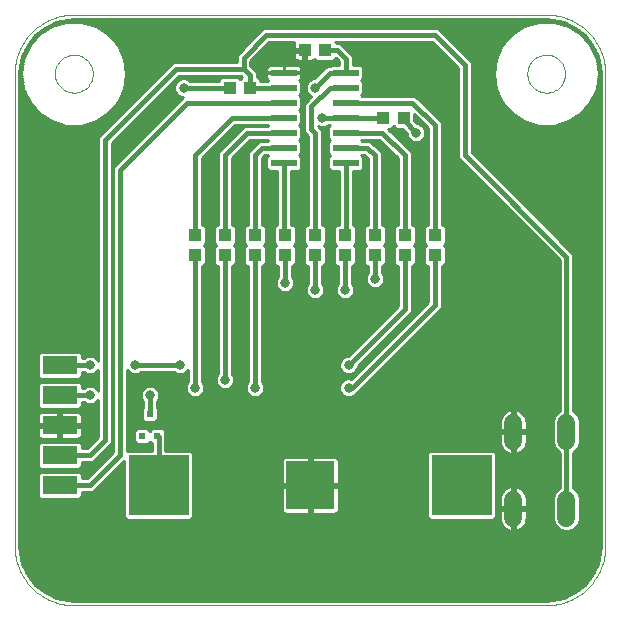
<source format=gbl>
G75*
G70*
%OFA0B0*%
%FSLAX24Y24*%
%IPPOS*%
%LPD*%
%AMOC8*
5,1,8,0,0,1.08239X$1,22.5*
%
%ADD10C,0.0000*%
%ADD11R,0.0433X0.0394*%
%ADD12R,0.1600X0.1600*%
%ADD13R,0.2000X0.2000*%
%ADD14R,0.0870X0.0240*%
%ADD15R,0.0394X0.0433*%
%ADD16C,0.0600*%
%ADD17R,0.0236X0.0217*%
%ADD18R,0.1181X0.0591*%
%ADD19C,0.0100*%
%ADD20C,0.0317*%
%ADD21C,0.0160*%
D10*
X000655Y002624D02*
X000655Y018372D01*
X001994Y018372D02*
X001996Y018422D01*
X002002Y018472D01*
X002012Y018521D01*
X002026Y018569D01*
X002043Y018616D01*
X002064Y018661D01*
X002089Y018705D01*
X002117Y018746D01*
X002149Y018785D01*
X002183Y018822D01*
X002220Y018856D01*
X002260Y018886D01*
X002302Y018913D01*
X002346Y018937D01*
X002392Y018958D01*
X002439Y018974D01*
X002487Y018987D01*
X002537Y018996D01*
X002586Y019001D01*
X002637Y019002D01*
X002687Y018999D01*
X002736Y018992D01*
X002785Y018981D01*
X002833Y018966D01*
X002879Y018948D01*
X002924Y018926D01*
X002967Y018900D01*
X003008Y018871D01*
X003047Y018839D01*
X003083Y018804D01*
X003115Y018766D01*
X003145Y018726D01*
X003172Y018683D01*
X003195Y018639D01*
X003214Y018593D01*
X003230Y018545D01*
X003242Y018496D01*
X003250Y018447D01*
X003254Y018397D01*
X003254Y018347D01*
X003250Y018297D01*
X003242Y018248D01*
X003230Y018199D01*
X003214Y018151D01*
X003195Y018105D01*
X003172Y018061D01*
X003145Y018018D01*
X003115Y017978D01*
X003083Y017940D01*
X003047Y017905D01*
X003008Y017873D01*
X002967Y017844D01*
X002924Y017818D01*
X002879Y017796D01*
X002833Y017778D01*
X002785Y017763D01*
X002736Y017752D01*
X002687Y017745D01*
X002637Y017742D01*
X002586Y017743D01*
X002537Y017748D01*
X002487Y017757D01*
X002439Y017770D01*
X002392Y017786D01*
X002346Y017807D01*
X002302Y017831D01*
X002260Y017858D01*
X002220Y017888D01*
X002183Y017922D01*
X002149Y017959D01*
X002117Y017998D01*
X002089Y018039D01*
X002064Y018083D01*
X002043Y018128D01*
X002026Y018175D01*
X002012Y018223D01*
X002002Y018272D01*
X001996Y018322D01*
X001994Y018372D01*
X000655Y018372D02*
X000657Y018466D01*
X000664Y018559D01*
X000675Y018652D01*
X000691Y018745D01*
X000711Y018836D01*
X000735Y018927D01*
X000763Y019016D01*
X000796Y019104D01*
X000833Y019190D01*
X000874Y019274D01*
X000919Y019357D01*
X000968Y019437D01*
X001020Y019514D01*
X001076Y019589D01*
X001136Y019661D01*
X001199Y019731D01*
X001265Y019797D01*
X001335Y019860D01*
X001407Y019920D01*
X001482Y019976D01*
X001559Y020028D01*
X001639Y020077D01*
X001722Y020122D01*
X001806Y020163D01*
X001892Y020200D01*
X001980Y020233D01*
X002069Y020261D01*
X002160Y020285D01*
X002251Y020305D01*
X002344Y020321D01*
X002437Y020332D01*
X002530Y020339D01*
X002624Y020341D01*
X002624Y020340D02*
X018372Y020340D01*
X017742Y018372D02*
X017744Y018422D01*
X017750Y018472D01*
X017760Y018521D01*
X017774Y018569D01*
X017791Y018616D01*
X017812Y018661D01*
X017837Y018705D01*
X017865Y018746D01*
X017897Y018785D01*
X017931Y018822D01*
X017968Y018856D01*
X018008Y018886D01*
X018050Y018913D01*
X018094Y018937D01*
X018140Y018958D01*
X018187Y018974D01*
X018235Y018987D01*
X018285Y018996D01*
X018334Y019001D01*
X018385Y019002D01*
X018435Y018999D01*
X018484Y018992D01*
X018533Y018981D01*
X018581Y018966D01*
X018627Y018948D01*
X018672Y018926D01*
X018715Y018900D01*
X018756Y018871D01*
X018795Y018839D01*
X018831Y018804D01*
X018863Y018766D01*
X018893Y018726D01*
X018920Y018683D01*
X018943Y018639D01*
X018962Y018593D01*
X018978Y018545D01*
X018990Y018496D01*
X018998Y018447D01*
X019002Y018397D01*
X019002Y018347D01*
X018998Y018297D01*
X018990Y018248D01*
X018978Y018199D01*
X018962Y018151D01*
X018943Y018105D01*
X018920Y018061D01*
X018893Y018018D01*
X018863Y017978D01*
X018831Y017940D01*
X018795Y017905D01*
X018756Y017873D01*
X018715Y017844D01*
X018672Y017818D01*
X018627Y017796D01*
X018581Y017778D01*
X018533Y017763D01*
X018484Y017752D01*
X018435Y017745D01*
X018385Y017742D01*
X018334Y017743D01*
X018285Y017748D01*
X018235Y017757D01*
X018187Y017770D01*
X018140Y017786D01*
X018094Y017807D01*
X018050Y017831D01*
X018008Y017858D01*
X017968Y017888D01*
X017931Y017922D01*
X017897Y017959D01*
X017865Y017998D01*
X017837Y018039D01*
X017812Y018083D01*
X017791Y018128D01*
X017774Y018175D01*
X017760Y018223D01*
X017750Y018272D01*
X017744Y018322D01*
X017742Y018372D01*
X018372Y020341D02*
X018466Y020339D01*
X018559Y020332D01*
X018652Y020321D01*
X018745Y020305D01*
X018836Y020285D01*
X018927Y020261D01*
X019016Y020233D01*
X019104Y020200D01*
X019190Y020163D01*
X019274Y020122D01*
X019356Y020077D01*
X019437Y020028D01*
X019514Y019976D01*
X019589Y019920D01*
X019661Y019860D01*
X019731Y019797D01*
X019797Y019731D01*
X019860Y019661D01*
X019920Y019589D01*
X019976Y019514D01*
X020028Y019437D01*
X020077Y019356D01*
X020122Y019274D01*
X020163Y019190D01*
X020200Y019104D01*
X020233Y019016D01*
X020261Y018927D01*
X020285Y018836D01*
X020305Y018745D01*
X020321Y018652D01*
X020332Y018559D01*
X020339Y018466D01*
X020341Y018372D01*
X020340Y018372D02*
X020340Y002624D01*
X020341Y002624D02*
X020339Y002530D01*
X020332Y002437D01*
X020321Y002344D01*
X020305Y002251D01*
X020285Y002160D01*
X020261Y002069D01*
X020233Y001980D01*
X020200Y001892D01*
X020163Y001806D01*
X020122Y001722D01*
X020077Y001640D01*
X020028Y001559D01*
X019976Y001482D01*
X019920Y001407D01*
X019860Y001335D01*
X019797Y001265D01*
X019731Y001199D01*
X019661Y001136D01*
X019589Y001076D01*
X019514Y001020D01*
X019437Y000968D01*
X019357Y000919D01*
X019274Y000874D01*
X019190Y000833D01*
X019104Y000796D01*
X019016Y000763D01*
X018927Y000735D01*
X018836Y000711D01*
X018745Y000691D01*
X018652Y000675D01*
X018559Y000664D01*
X018466Y000657D01*
X018372Y000655D01*
X002624Y000655D01*
X002530Y000657D01*
X002437Y000664D01*
X002344Y000675D01*
X002251Y000691D01*
X002160Y000711D01*
X002069Y000735D01*
X001980Y000763D01*
X001892Y000796D01*
X001806Y000833D01*
X001722Y000874D01*
X001639Y000919D01*
X001559Y000968D01*
X001482Y001020D01*
X001407Y001076D01*
X001335Y001136D01*
X001265Y001199D01*
X001199Y001265D01*
X001136Y001335D01*
X001076Y001407D01*
X001020Y001482D01*
X000968Y001559D01*
X000919Y001640D01*
X000874Y001722D01*
X000833Y001806D01*
X000796Y001892D01*
X000763Y001980D01*
X000735Y002069D01*
X000711Y002160D01*
X000691Y002251D01*
X000675Y002344D01*
X000664Y002437D01*
X000657Y002530D01*
X000655Y002624D01*
D11*
X006655Y012320D03*
X006655Y012990D03*
X007655Y012990D03*
X007655Y012320D03*
X008655Y012320D03*
X008655Y012990D03*
X009655Y012990D03*
X009655Y012320D03*
X010655Y012320D03*
X010655Y012990D03*
X011655Y012990D03*
X011655Y012320D03*
X012655Y012320D03*
X012655Y012990D03*
X013655Y012990D03*
X013655Y012320D03*
X014655Y012320D03*
X014655Y012990D03*
X010990Y019155D03*
X010320Y019155D03*
D12*
X010498Y004655D03*
D13*
X015548Y004655D03*
X005448Y004655D03*
D14*
X009625Y015405D03*
X009625Y015905D03*
X009625Y016405D03*
X009625Y016905D03*
X009625Y017405D03*
X009625Y017905D03*
X009625Y018405D03*
X011685Y018405D03*
X011685Y017905D03*
X011685Y017405D03*
X011685Y016905D03*
X011685Y016405D03*
X011685Y015905D03*
X011685Y015405D03*
D15*
X012945Y016905D03*
X013615Y016905D03*
X008490Y017905D03*
X007820Y017905D03*
D16*
X017265Y006735D02*
X017265Y006135D01*
X019045Y006135D02*
X019045Y006735D01*
X019045Y004175D02*
X019045Y003575D01*
X017265Y003575D02*
X017265Y004175D01*
D17*
X005411Y006291D03*
X004899Y006291D03*
X005155Y007019D03*
D18*
X002155Y006655D03*
X002155Y005655D03*
X002155Y004655D03*
X002155Y007655D03*
X002155Y008655D03*
D19*
X001084Y001656D02*
X001338Y001338D01*
X001656Y001084D01*
X002023Y000907D01*
X002420Y000816D01*
X002624Y000805D01*
X018309Y000805D01*
X018324Y000805D01*
X018372Y000805D01*
X018575Y000816D01*
X018972Y000907D01*
X019339Y001084D01*
X019658Y001338D01*
X019911Y001656D01*
X020088Y002023D01*
X020179Y002420D01*
X020190Y002624D01*
X020190Y018309D01*
X020190Y018319D01*
X020190Y018372D01*
X020179Y018575D01*
X020088Y018972D01*
X019911Y019339D01*
X019658Y019658D01*
X019339Y019911D01*
X018972Y020088D01*
X018575Y020179D01*
X018372Y020190D01*
X002624Y020190D01*
X002420Y020179D01*
X002023Y020088D01*
X001656Y019911D01*
X001338Y019658D01*
X001084Y019339D01*
X000907Y018972D01*
X000816Y018575D01*
X000805Y018372D01*
X000805Y002686D01*
X000805Y002656D01*
X000805Y002624D01*
X000816Y002420D01*
X000907Y002023D01*
X001084Y001656D01*
X001096Y001641D02*
X019899Y001641D01*
X019951Y001739D02*
X001044Y001739D01*
X000996Y001838D02*
X019999Y001838D01*
X020046Y001936D02*
X000949Y001936D01*
X000904Y002035D02*
X020091Y002035D01*
X020113Y002133D02*
X000882Y002133D01*
X000859Y002232D02*
X020136Y002232D01*
X020158Y002330D02*
X000837Y002330D01*
X000816Y002429D02*
X020179Y002429D01*
X020185Y002527D02*
X000810Y002527D01*
X000805Y002626D02*
X020190Y002626D01*
X020190Y002725D02*
X000805Y002725D01*
X000805Y002823D02*
X020190Y002823D01*
X020190Y002922D02*
X000805Y002922D01*
X000805Y003020D02*
X020190Y003020D01*
X020190Y003119D02*
X000805Y003119D01*
X000805Y003217D02*
X016992Y003217D01*
X016972Y003232D02*
X017029Y003190D01*
X017092Y003158D01*
X017160Y003136D01*
X017215Y003127D01*
X017215Y003825D01*
X016815Y003825D01*
X016815Y003540D01*
X016826Y003470D01*
X016848Y003402D01*
X016880Y003339D01*
X016922Y003282D01*
X016972Y003232D01*
X016897Y003316D02*
X000805Y003316D01*
X000805Y003414D02*
X016844Y003414D01*
X016819Y003513D02*
X016618Y003513D01*
X016610Y003505D02*
X016698Y003593D01*
X016698Y005717D01*
X016610Y005805D01*
X014485Y005805D01*
X014398Y005717D01*
X014398Y003593D01*
X014485Y003505D01*
X016610Y003505D01*
X016698Y003611D02*
X016815Y003611D01*
X016815Y003710D02*
X016698Y003710D01*
X016698Y003809D02*
X016815Y003809D01*
X016815Y003925D02*
X017215Y003925D01*
X017215Y003825D01*
X017315Y003825D01*
X017315Y003127D01*
X017370Y003136D01*
X017438Y003158D01*
X017501Y003190D01*
X017558Y003232D01*
X017608Y003282D01*
X017650Y003339D01*
X017682Y003402D01*
X017704Y003470D01*
X017715Y003540D01*
X017715Y003825D01*
X017315Y003825D01*
X017315Y003925D01*
X017215Y003925D01*
X017215Y004623D01*
X017160Y004614D01*
X017092Y004592D01*
X017029Y004560D01*
X016972Y004518D01*
X016922Y004468D01*
X016880Y004411D01*
X016848Y004348D01*
X016826Y004280D01*
X016815Y004211D01*
X016815Y003925D01*
X016815Y004006D02*
X016698Y004006D01*
X016698Y004104D02*
X016815Y004104D01*
X016815Y004203D02*
X016698Y004203D01*
X016698Y004301D02*
X016833Y004301D01*
X016875Y004400D02*
X016698Y004400D01*
X016698Y004498D02*
X016952Y004498D01*
X017107Y004597D02*
X016698Y004597D01*
X016698Y004695D02*
X018815Y004695D01*
X018815Y004597D02*
X017423Y004597D01*
X017438Y004592D02*
X017370Y004614D01*
X017315Y004623D01*
X017315Y003925D01*
X017715Y003925D01*
X017715Y004211D01*
X017704Y004280D01*
X017682Y004348D01*
X017650Y004411D01*
X017608Y004468D01*
X017558Y004518D01*
X017501Y004560D01*
X017438Y004592D01*
X017315Y004597D02*
X017215Y004597D01*
X017215Y004498D02*
X017315Y004498D01*
X017315Y004400D02*
X017215Y004400D01*
X017215Y004301D02*
X017315Y004301D01*
X017315Y004203D02*
X017215Y004203D01*
X017215Y004104D02*
X017315Y004104D01*
X017315Y004006D02*
X017215Y004006D01*
X017215Y003907D02*
X016698Y003907D01*
X017215Y003809D02*
X017315Y003809D01*
X017315Y003907D02*
X018595Y003907D01*
X018595Y003809D02*
X017715Y003809D01*
X017715Y003710D02*
X018595Y003710D01*
X018595Y003611D02*
X017715Y003611D01*
X017711Y003513D02*
X018595Y003513D01*
X018595Y003486D02*
X018664Y003320D01*
X018790Y003194D01*
X018956Y003125D01*
X019135Y003125D01*
X019300Y003194D01*
X019427Y003320D01*
X019495Y003486D01*
X019495Y004265D01*
X019427Y004430D01*
X019300Y004557D01*
X019275Y004567D01*
X019275Y005743D01*
X019300Y005754D01*
X019427Y005880D01*
X019495Y006046D01*
X019495Y006825D01*
X019427Y006990D01*
X019300Y007117D01*
X019275Y007127D01*
X019275Y012170D01*
X019275Y012360D01*
X015885Y015750D01*
X015885Y018560D01*
X015885Y018750D01*
X014885Y019750D01*
X014750Y019885D01*
X009125Y019885D01*
X008935Y019885D01*
X008185Y019135D01*
X008050Y019000D01*
X008050Y018760D01*
X006125Y018760D01*
X005935Y018760D01*
X003560Y016385D01*
X003425Y016250D01*
X003425Y008809D01*
X003417Y008830D01*
X003330Y008917D01*
X003216Y008964D01*
X003094Y008964D01*
X002980Y008917D01*
X002949Y008885D01*
X002896Y008885D01*
X002896Y009013D01*
X002808Y009100D01*
X001502Y009100D01*
X001415Y009013D01*
X001415Y008298D01*
X001502Y008210D01*
X002808Y008210D01*
X002896Y008298D01*
X002896Y008425D01*
X002949Y008425D01*
X002980Y008394D01*
X003094Y008347D01*
X003216Y008347D01*
X003330Y008394D01*
X003417Y008480D01*
X003425Y008501D01*
X003425Y007809D01*
X003417Y007830D01*
X003330Y007917D01*
X003216Y007964D01*
X003094Y007964D01*
X002980Y007917D01*
X002949Y007885D01*
X002896Y007885D01*
X002896Y008013D01*
X002808Y008100D01*
X001502Y008100D01*
X001415Y008013D01*
X001415Y007298D01*
X001502Y007210D01*
X002808Y007210D01*
X002896Y007298D01*
X002896Y007425D01*
X002949Y007425D01*
X002980Y007394D01*
X003094Y007347D01*
X003216Y007347D01*
X003330Y007394D01*
X003417Y007480D01*
X003425Y007501D01*
X003425Y006250D01*
X003060Y005885D01*
X002896Y005885D01*
X002896Y006013D01*
X002808Y006100D01*
X001502Y006100D01*
X001415Y006013D01*
X001415Y005298D01*
X001502Y005210D01*
X002808Y005210D01*
X002896Y005298D01*
X002896Y005425D01*
X003060Y005425D01*
X003250Y005425D01*
X003885Y006060D01*
X003885Y006250D01*
X003885Y016060D01*
X006125Y018300D01*
X008185Y018300D01*
X008222Y018263D01*
X008155Y018196D01*
X008079Y018272D01*
X007561Y018272D01*
X007474Y018184D01*
X007474Y018135D01*
X006486Y018135D01*
X006455Y018167D01*
X006341Y018214D01*
X006219Y018214D01*
X006105Y018167D01*
X006019Y018080D01*
X005972Y017966D01*
X005972Y017844D01*
X006019Y017730D01*
X006105Y017644D01*
X006219Y017597D01*
X006271Y017597D01*
X004060Y015385D01*
X003925Y015250D01*
X003925Y005750D01*
X003060Y004885D01*
X002896Y004885D01*
X002896Y005013D01*
X002808Y005100D01*
X001502Y005100D01*
X001415Y005013D01*
X001415Y004298D01*
X001502Y004210D01*
X002808Y004210D01*
X002896Y004298D01*
X002896Y004425D01*
X003250Y004425D01*
X003385Y004560D01*
X004298Y005472D01*
X004298Y003593D01*
X004385Y003505D01*
X006510Y003505D01*
X006598Y003593D01*
X006598Y005717D01*
X006510Y005805D01*
X005678Y005805D01*
X005678Y006119D01*
X005679Y006121D01*
X005679Y006461D01*
X005591Y006549D01*
X005231Y006549D01*
X005155Y006474D01*
X005079Y006549D01*
X004719Y006549D01*
X004631Y006461D01*
X004631Y006121D01*
X004719Y006033D01*
X005079Y006033D01*
X005155Y006108D01*
X005218Y006046D01*
X005218Y005805D01*
X004385Y005805D01*
X004385Y008501D01*
X004394Y008480D01*
X004480Y008394D01*
X004594Y008347D01*
X004716Y008347D01*
X004830Y008394D01*
X004861Y008425D01*
X005949Y008425D01*
X005980Y008394D01*
X006094Y008347D01*
X006216Y008347D01*
X006330Y008394D01*
X006417Y008480D01*
X006425Y008501D01*
X006425Y008111D01*
X006394Y008080D01*
X006347Y007966D01*
X006347Y007844D01*
X006394Y007730D01*
X006480Y007644D01*
X006594Y007597D01*
X006716Y007597D01*
X006830Y007644D01*
X006917Y007730D01*
X006964Y007844D01*
X006964Y007966D01*
X006917Y008080D01*
X006885Y008111D01*
X006885Y011974D01*
X006934Y011974D01*
X007022Y012061D01*
X007022Y012579D01*
X007289Y012579D01*
X007289Y012061D01*
X007376Y011974D01*
X007425Y011974D01*
X007425Y008361D01*
X007394Y008330D01*
X007347Y008216D01*
X007347Y008094D01*
X007394Y007980D01*
X007480Y007894D01*
X007594Y007847D01*
X007716Y007847D01*
X007830Y007894D01*
X007917Y007980D01*
X007964Y008094D01*
X007964Y008216D01*
X007917Y008330D01*
X007885Y008361D01*
X007885Y011974D01*
X007934Y011974D01*
X008022Y012061D01*
X008022Y012579D01*
X008289Y012579D01*
X008289Y012061D01*
X008376Y011974D01*
X008425Y011974D01*
X008425Y008111D01*
X008394Y008080D01*
X008347Y007966D01*
X008347Y007844D01*
X008394Y007730D01*
X008480Y007644D01*
X008594Y007597D01*
X008716Y007597D01*
X008830Y007644D01*
X008917Y007730D01*
X008964Y007844D01*
X008964Y007966D01*
X008917Y008080D01*
X008885Y008111D01*
X008885Y011974D01*
X008934Y011974D01*
X009022Y012061D01*
X009022Y012579D01*
X009289Y012579D01*
X009289Y012061D01*
X009376Y011974D01*
X009425Y011974D01*
X009425Y011611D01*
X009394Y011580D01*
X009347Y011466D01*
X009347Y011344D01*
X009394Y011230D01*
X009480Y011144D01*
X009594Y011097D01*
X009716Y011097D01*
X009830Y011144D01*
X009917Y011230D01*
X009964Y011344D01*
X009964Y011466D01*
X009917Y011580D01*
X009885Y011611D01*
X009885Y011974D01*
X009934Y011974D01*
X010022Y012061D01*
X010022Y012579D01*
X010289Y012579D01*
X010289Y012061D01*
X010376Y011974D01*
X010425Y011974D01*
X010425Y011361D01*
X010394Y011330D01*
X010347Y011216D01*
X010347Y011094D01*
X010394Y010980D01*
X010480Y010894D01*
X010594Y010847D01*
X010716Y010847D01*
X010830Y010894D01*
X010917Y010980D01*
X010964Y011094D01*
X010964Y011216D01*
X010917Y011330D01*
X010885Y011361D01*
X010885Y011974D01*
X010934Y011974D01*
X011022Y012061D01*
X011022Y012579D01*
X011289Y012579D01*
X011289Y012061D01*
X011376Y011974D01*
X011425Y011974D01*
X011425Y011361D01*
X011394Y011330D01*
X011347Y011216D01*
X011347Y011094D01*
X011394Y010980D01*
X011480Y010894D01*
X011594Y010847D01*
X011716Y010847D01*
X011830Y010894D01*
X011917Y010980D01*
X011964Y011094D01*
X011964Y011216D01*
X011917Y011330D01*
X011885Y011361D01*
X011885Y011974D01*
X011934Y011974D01*
X012022Y012061D01*
X012022Y012579D01*
X012289Y012579D01*
X012289Y012061D01*
X012376Y011974D01*
X012425Y011974D01*
X012425Y011736D01*
X012394Y011705D01*
X012347Y011591D01*
X012347Y011469D01*
X012394Y011355D01*
X012480Y011269D01*
X012594Y011222D01*
X012716Y011222D01*
X012830Y011269D01*
X012917Y011355D01*
X012964Y011469D01*
X012964Y011591D01*
X012917Y011705D01*
X012885Y011736D01*
X012885Y011974D01*
X012934Y011974D01*
X013022Y012061D01*
X013022Y012579D01*
X013289Y012579D01*
X013289Y012061D01*
X013376Y011974D01*
X013425Y011974D01*
X013425Y010625D01*
X011763Y008964D01*
X011719Y008964D01*
X011605Y008917D01*
X011519Y008830D01*
X011472Y008716D01*
X011472Y008594D01*
X011519Y008480D01*
X011605Y008394D01*
X011719Y008347D01*
X011841Y008347D01*
X011955Y008394D01*
X012042Y008480D01*
X012089Y008594D01*
X012089Y008638D01*
X013750Y010300D01*
X013885Y010435D01*
X013885Y011974D01*
X013934Y011974D01*
X014022Y012061D01*
X014022Y012579D01*
X014289Y012579D01*
X014289Y012061D01*
X014376Y011974D01*
X014425Y011974D01*
X014425Y010750D01*
X011875Y008200D01*
X011841Y008214D01*
X011719Y008214D01*
X011605Y008167D01*
X011519Y008080D01*
X011472Y007966D01*
X011472Y007844D01*
X011519Y007730D01*
X011605Y007644D01*
X011719Y007597D01*
X011841Y007597D01*
X011955Y007644D01*
X011986Y007675D01*
X012000Y007675D01*
X014750Y010425D01*
X014885Y010560D01*
X014885Y011974D01*
X014934Y011974D01*
X015022Y012061D01*
X015022Y012579D01*
X018406Y012579D01*
X018308Y012677D02*
X014968Y012677D01*
X014946Y012655D02*
X015022Y012731D01*
X015022Y013249D01*
X014934Y013337D01*
X014885Y013337D01*
X014885Y016750D01*
X014750Y016885D01*
X014000Y017635D01*
X013810Y017635D01*
X012222Y017635D01*
X012202Y017655D01*
X012270Y017723D01*
X012270Y018087D01*
X012202Y018155D01*
X012270Y018223D01*
X012270Y018587D01*
X012182Y018675D01*
X011915Y018675D01*
X011915Y018780D01*
X011915Y018970D01*
X011635Y019250D01*
X011500Y019385D01*
X011356Y019385D01*
X011356Y019414D01*
X011345Y019425D01*
X014560Y019425D01*
X015425Y018560D01*
X015425Y015560D01*
X015560Y015425D01*
X018815Y012170D01*
X018815Y007127D01*
X018790Y007117D01*
X018664Y006990D01*
X018595Y006825D01*
X018595Y006046D01*
X018664Y005880D01*
X018790Y005754D01*
X018815Y005743D01*
X018815Y004567D01*
X018790Y004557D01*
X018664Y004430D01*
X018595Y004265D01*
X018595Y003486D01*
X018625Y003414D02*
X017686Y003414D01*
X017633Y003316D02*
X018668Y003316D01*
X018767Y003217D02*
X017538Y003217D01*
X017315Y003217D02*
X017215Y003217D01*
X017215Y003316D02*
X017315Y003316D01*
X017315Y003414D02*
X017215Y003414D01*
X017215Y003513D02*
X017315Y003513D01*
X017315Y003611D02*
X017215Y003611D01*
X017215Y003710D02*
X017315Y003710D01*
X017715Y004006D02*
X018595Y004006D01*
X018595Y004104D02*
X017715Y004104D01*
X017715Y004203D02*
X018595Y004203D01*
X018610Y004301D02*
X017697Y004301D01*
X017656Y004400D02*
X018651Y004400D01*
X018732Y004498D02*
X017578Y004498D01*
X016698Y004794D02*
X018815Y004794D01*
X018815Y004892D02*
X016698Y004892D01*
X016698Y004991D02*
X018815Y004991D01*
X018815Y005090D02*
X016698Y005090D01*
X016698Y005188D02*
X018815Y005188D01*
X018815Y005287D02*
X016698Y005287D01*
X016698Y005385D02*
X018815Y005385D01*
X018815Y005484D02*
X016698Y005484D01*
X016698Y005582D02*
X018815Y005582D01*
X018815Y005681D02*
X016698Y005681D01*
X016635Y005779D02*
X016989Y005779D01*
X016972Y005792D02*
X017029Y005750D01*
X017092Y005718D01*
X017160Y005696D01*
X017215Y005687D01*
X017215Y006385D01*
X016815Y006385D01*
X016815Y006100D01*
X016826Y006030D01*
X016848Y005962D01*
X016880Y005899D01*
X016922Y005842D01*
X016972Y005792D01*
X016896Y005878D02*
X005678Y005878D01*
X005678Y005976D02*
X016843Y005976D01*
X016819Y006075D02*
X005678Y006075D01*
X005679Y006174D02*
X016815Y006174D01*
X016815Y006272D02*
X005679Y006272D01*
X005679Y006371D02*
X016815Y006371D01*
X016815Y006485D02*
X017215Y006485D01*
X017215Y006385D01*
X017315Y006385D01*
X017315Y005687D01*
X017370Y005696D01*
X017438Y005718D01*
X017501Y005750D01*
X017558Y005792D01*
X017608Y005842D01*
X017650Y005899D01*
X017682Y005962D01*
X017704Y006030D01*
X017715Y006100D01*
X017715Y006385D01*
X017315Y006385D01*
X017315Y006485D01*
X017215Y006485D01*
X017215Y007183D01*
X017160Y007174D01*
X017092Y007152D01*
X017029Y007120D01*
X016972Y007078D01*
X016922Y007028D01*
X016880Y006971D01*
X016848Y006908D01*
X016826Y006840D01*
X016815Y006771D01*
X016815Y006485D01*
X016815Y006568D02*
X004385Y006568D01*
X004385Y006666D02*
X016815Y006666D01*
X016815Y006765D02*
X005339Y006765D01*
X005335Y006761D02*
X005423Y006849D01*
X005423Y007190D01*
X005385Y007228D01*
X005385Y007449D01*
X005417Y007480D01*
X005464Y007594D01*
X005464Y007716D01*
X005417Y007830D01*
X005330Y007917D01*
X005216Y007964D01*
X005094Y007964D01*
X004980Y007917D01*
X004894Y007830D01*
X004847Y007716D01*
X004847Y007594D01*
X004894Y007480D01*
X004925Y007449D01*
X004925Y007228D01*
X004887Y007190D01*
X004887Y006849D01*
X004975Y006761D01*
X005335Y006761D01*
X005423Y006863D02*
X016834Y006863D01*
X016876Y006962D02*
X005423Y006962D01*
X005423Y007060D02*
X016954Y007060D01*
X017113Y007159D02*
X005423Y007159D01*
X005385Y007258D02*
X018815Y007258D01*
X018815Y007356D02*
X005385Y007356D01*
X005391Y007455D02*
X018815Y007455D01*
X018815Y007553D02*
X005447Y007553D01*
X005464Y007652D02*
X006472Y007652D01*
X006385Y007750D02*
X005450Y007750D01*
X005398Y007849D02*
X006347Y007849D01*
X006347Y007947D02*
X005256Y007947D01*
X005055Y007947D02*
X004385Y007947D01*
X004385Y007849D02*
X004913Y007849D01*
X004861Y007750D02*
X004385Y007750D01*
X004385Y007652D02*
X004847Y007652D01*
X004864Y007553D02*
X004385Y007553D01*
X004385Y007455D02*
X004919Y007455D01*
X004925Y007356D02*
X004385Y007356D01*
X004385Y007258D02*
X004925Y007258D01*
X004887Y007159D02*
X004385Y007159D01*
X004385Y007060D02*
X004887Y007060D01*
X004887Y006962D02*
X004385Y006962D01*
X004385Y006863D02*
X004887Y006863D01*
X004971Y006765D02*
X004385Y006765D01*
X004385Y006469D02*
X004639Y006469D01*
X004631Y006371D02*
X004385Y006371D01*
X004385Y006272D02*
X004631Y006272D01*
X004631Y006174D02*
X004385Y006174D01*
X004385Y006075D02*
X004677Y006075D01*
X004385Y005976D02*
X005218Y005976D01*
X005218Y005878D02*
X004385Y005878D01*
X004385Y005805D02*
X004385Y005805D01*
X004298Y005385D02*
X004210Y005385D01*
X004298Y005287D02*
X004112Y005287D01*
X004013Y005188D02*
X004298Y005188D01*
X004298Y005090D02*
X003915Y005090D01*
X003816Y004991D02*
X004298Y004991D01*
X004298Y004892D02*
X003718Y004892D01*
X003619Y004794D02*
X004298Y004794D01*
X004298Y004695D02*
X003521Y004695D01*
X003422Y004597D02*
X004298Y004597D01*
X004298Y004498D02*
X003324Y004498D01*
X002896Y004400D02*
X004298Y004400D01*
X004298Y004301D02*
X002896Y004301D01*
X002896Y004892D02*
X003067Y004892D01*
X003166Y004991D02*
X002896Y004991D01*
X002819Y005090D02*
X003264Y005090D01*
X003363Y005188D02*
X000805Y005188D01*
X000805Y005090D02*
X001492Y005090D01*
X001415Y004991D02*
X000805Y004991D01*
X000805Y004892D02*
X001415Y004892D01*
X001415Y004794D02*
X000805Y004794D01*
X000805Y004695D02*
X001415Y004695D01*
X001415Y004597D02*
X000805Y004597D01*
X000805Y004498D02*
X001415Y004498D01*
X001415Y004400D02*
X000805Y004400D01*
X000805Y004301D02*
X001415Y004301D01*
X000805Y004203D02*
X004298Y004203D01*
X004298Y004104D02*
X000805Y004104D01*
X000805Y004006D02*
X004298Y004006D01*
X004298Y003907D02*
X000805Y003907D01*
X000805Y003809D02*
X004298Y003809D01*
X004298Y003710D02*
X000805Y003710D01*
X000805Y003611D02*
X004298Y003611D01*
X004378Y003513D02*
X000805Y003513D01*
X000805Y005287D02*
X001426Y005287D01*
X001415Y005385D02*
X000805Y005385D01*
X000805Y005484D02*
X001415Y005484D01*
X001415Y005582D02*
X000805Y005582D01*
X000805Y005681D02*
X001415Y005681D01*
X001415Y005779D02*
X000805Y005779D01*
X000805Y005878D02*
X001415Y005878D01*
X001415Y005976D02*
X000805Y005976D01*
X000805Y006075D02*
X001477Y006075D01*
X001507Y006220D02*
X001545Y006210D01*
X002105Y006210D01*
X002105Y006605D01*
X002205Y006605D01*
X002205Y006210D01*
X002765Y006210D01*
X002804Y006220D01*
X002838Y006240D01*
X002866Y006268D01*
X002885Y006302D01*
X002896Y006340D01*
X002896Y006605D01*
X002205Y006605D01*
X002205Y006705D01*
X002105Y006705D01*
X002105Y006605D01*
X001415Y006605D01*
X001415Y006340D01*
X001425Y006302D01*
X001445Y006268D01*
X001472Y006240D01*
X001507Y006220D01*
X001442Y006272D02*
X000805Y006272D01*
X000805Y006174D02*
X003348Y006174D01*
X003425Y006272D02*
X002868Y006272D01*
X002896Y006371D02*
X003425Y006371D01*
X003425Y006469D02*
X002896Y006469D01*
X002896Y006568D02*
X003425Y006568D01*
X003425Y006666D02*
X002205Y006666D01*
X002205Y006705D02*
X002896Y006705D01*
X002896Y006970D01*
X002885Y007008D01*
X002866Y007042D01*
X002838Y007070D01*
X002804Y007090D01*
X002765Y007100D01*
X002205Y007100D01*
X002205Y006705D01*
X002205Y006765D02*
X002105Y006765D01*
X002105Y006705D02*
X002105Y007100D01*
X001545Y007100D01*
X001507Y007090D01*
X001472Y007070D01*
X001445Y007042D01*
X001425Y007008D01*
X001415Y006970D01*
X001415Y006705D01*
X002105Y006705D01*
X002105Y006666D02*
X000805Y006666D01*
X000805Y006568D02*
X001415Y006568D01*
X001415Y006469D02*
X000805Y006469D01*
X000805Y006371D02*
X001415Y006371D01*
X001415Y006765D02*
X000805Y006765D01*
X000805Y006863D02*
X001415Y006863D01*
X001415Y006962D02*
X000805Y006962D01*
X000805Y007060D02*
X001462Y007060D01*
X001455Y007258D02*
X000805Y007258D01*
X000805Y007356D02*
X001415Y007356D01*
X001415Y007455D02*
X000805Y007455D01*
X000805Y007553D02*
X001415Y007553D01*
X001415Y007652D02*
X000805Y007652D01*
X000805Y007750D02*
X001415Y007750D01*
X001415Y007849D02*
X000805Y007849D01*
X000805Y007947D02*
X001415Y007947D01*
X001448Y008046D02*
X000805Y008046D01*
X000805Y008144D02*
X003425Y008144D01*
X003425Y008046D02*
X002862Y008046D01*
X002896Y007947D02*
X003055Y007947D01*
X003256Y007947D02*
X003425Y007947D01*
X003425Y007849D02*
X003398Y007849D01*
X003391Y007455D02*
X003425Y007455D01*
X003425Y007356D02*
X003239Y007356D01*
X003071Y007356D02*
X002896Y007356D01*
X002855Y007258D02*
X003425Y007258D01*
X003425Y007159D02*
X000805Y007159D01*
X000805Y008243D02*
X001469Y008243D01*
X001415Y008341D02*
X000805Y008341D01*
X000805Y008440D02*
X001415Y008440D01*
X001415Y008539D02*
X000805Y008539D01*
X000805Y008637D02*
X001415Y008637D01*
X001415Y008736D02*
X000805Y008736D01*
X000805Y008834D02*
X001415Y008834D01*
X001415Y008933D02*
X000805Y008933D01*
X000805Y009031D02*
X001433Y009031D01*
X000805Y009130D02*
X003425Y009130D01*
X003425Y009228D02*
X000805Y009228D01*
X000805Y009327D02*
X003425Y009327D01*
X003425Y009425D02*
X000805Y009425D01*
X000805Y009524D02*
X003425Y009524D01*
X003425Y009623D02*
X000805Y009623D01*
X000805Y009721D02*
X003425Y009721D01*
X003425Y009820D02*
X000805Y009820D01*
X000805Y009918D02*
X003425Y009918D01*
X003425Y010017D02*
X000805Y010017D01*
X000805Y010115D02*
X003425Y010115D01*
X003425Y010214D02*
X000805Y010214D01*
X000805Y010312D02*
X003425Y010312D01*
X003425Y010411D02*
X000805Y010411D01*
X000805Y010509D02*
X003425Y010509D01*
X003425Y010608D02*
X000805Y010608D01*
X000805Y010707D02*
X003425Y010707D01*
X003425Y010805D02*
X000805Y010805D01*
X000805Y010904D02*
X003425Y010904D01*
X003425Y011002D02*
X000805Y011002D01*
X000805Y011101D02*
X003425Y011101D01*
X003425Y011199D02*
X000805Y011199D01*
X000805Y011298D02*
X003425Y011298D01*
X003425Y011396D02*
X000805Y011396D01*
X000805Y011495D02*
X003425Y011495D01*
X003425Y011593D02*
X000805Y011593D01*
X000805Y011692D02*
X003425Y011692D01*
X003425Y011791D02*
X000805Y011791D01*
X000805Y011889D02*
X003425Y011889D01*
X003425Y011988D02*
X000805Y011988D01*
X000805Y012086D02*
X003425Y012086D01*
X003425Y012185D02*
X000805Y012185D01*
X000805Y012283D02*
X003425Y012283D01*
X003425Y012382D02*
X000805Y012382D01*
X000805Y012480D02*
X003425Y012480D01*
X003425Y012579D02*
X000805Y012579D01*
X000805Y012677D02*
X003425Y012677D01*
X003425Y012776D02*
X000805Y012776D01*
X000805Y012874D02*
X003425Y012874D01*
X003425Y012973D02*
X000805Y012973D01*
X000805Y013072D02*
X003425Y013072D01*
X003425Y013170D02*
X000805Y013170D01*
X000805Y013269D02*
X003425Y013269D01*
X003425Y013367D02*
X000805Y013367D01*
X000805Y013466D02*
X003425Y013466D01*
X003425Y013564D02*
X000805Y013564D01*
X000805Y013663D02*
X003425Y013663D01*
X003425Y013761D02*
X000805Y013761D01*
X000805Y013860D02*
X003425Y013860D01*
X003425Y013958D02*
X000805Y013958D01*
X000805Y014057D02*
X003425Y014057D01*
X003425Y014156D02*
X000805Y014156D01*
X000805Y014254D02*
X003425Y014254D01*
X003425Y014353D02*
X000805Y014353D01*
X000805Y014451D02*
X003425Y014451D01*
X003425Y014550D02*
X000805Y014550D01*
X000805Y014648D02*
X003425Y014648D01*
X003425Y014747D02*
X000805Y014747D01*
X000805Y014845D02*
X003425Y014845D01*
X003425Y014944D02*
X000805Y014944D01*
X000805Y015042D02*
X003425Y015042D01*
X003425Y015141D02*
X000805Y015141D01*
X000805Y015240D02*
X003425Y015240D01*
X003425Y015338D02*
X000805Y015338D01*
X000805Y015437D02*
X003425Y015437D01*
X003425Y015535D02*
X000805Y015535D01*
X000805Y015634D02*
X003425Y015634D01*
X003425Y015732D02*
X000805Y015732D01*
X000805Y015831D02*
X003425Y015831D01*
X003425Y015929D02*
X000805Y015929D01*
X000805Y016028D02*
X003425Y016028D01*
X003425Y016126D02*
X000805Y016126D01*
X000805Y016225D02*
X003425Y016225D01*
X003498Y016324D02*
X000805Y016324D01*
X000805Y016422D02*
X003597Y016422D01*
X003695Y016521D02*
X000805Y016521D01*
X000805Y016619D02*
X003794Y016619D01*
X003892Y016718D02*
X003139Y016718D01*
X003351Y016780D02*
X003351Y016780D01*
X003770Y017049D01*
X004096Y017426D01*
X004303Y017879D01*
X004374Y018372D01*
X004303Y018865D01*
X004096Y019318D01*
X003770Y019694D01*
X003770Y019694D01*
X003351Y019963D01*
X003351Y019963D01*
X002873Y020104D01*
X002873Y020104D01*
X002375Y020104D01*
X002375Y020104D01*
X001897Y019963D01*
X001478Y019694D01*
X001478Y019694D01*
X001151Y019318D01*
X001151Y019318D01*
X000944Y018865D01*
X000944Y018865D01*
X000874Y018372D01*
X000874Y018372D01*
X000944Y017879D01*
X000944Y017879D01*
X001151Y017426D01*
X001151Y017426D01*
X001478Y017049D01*
X001897Y016780D01*
X002375Y016639D01*
X002873Y016639D01*
X003351Y016780D01*
X003407Y016816D02*
X003991Y016816D01*
X004090Y016915D02*
X003561Y016915D01*
X003714Y017013D02*
X004188Y017013D01*
X004287Y017112D02*
X003824Y017112D01*
X003770Y017049D02*
X003770Y017049D01*
X003909Y017210D02*
X004385Y017210D01*
X004484Y017309D02*
X003995Y017309D01*
X004080Y017407D02*
X004582Y017407D01*
X004681Y017506D02*
X004133Y017506D01*
X004178Y017605D02*
X004779Y017605D01*
X004878Y017703D02*
X004223Y017703D01*
X004268Y017802D02*
X004976Y017802D01*
X005075Y017900D02*
X004306Y017900D01*
X004320Y017999D02*
X005174Y017999D01*
X005272Y018097D02*
X004334Y018097D01*
X004348Y018196D02*
X005371Y018196D01*
X005469Y018294D02*
X004362Y018294D01*
X004374Y018372D02*
X004374Y018372D01*
X004371Y018393D02*
X005568Y018393D01*
X005666Y018491D02*
X004356Y018491D01*
X004342Y018590D02*
X005765Y018590D01*
X005863Y018689D02*
X004328Y018689D01*
X004314Y018787D02*
X008050Y018787D01*
X008050Y018886D02*
X004293Y018886D01*
X004303Y018865D02*
X004303Y018865D01*
X004248Y018984D02*
X008050Y018984D01*
X008132Y019083D02*
X004203Y019083D01*
X004158Y019181D02*
X008231Y019181D01*
X008330Y019280D02*
X004113Y019280D01*
X004096Y019318D02*
X004096Y019318D01*
X004043Y019378D02*
X008428Y019378D01*
X008527Y019477D02*
X003958Y019477D01*
X003873Y019575D02*
X008625Y019575D01*
X008724Y019674D02*
X003787Y019674D01*
X003648Y019773D02*
X008822Y019773D01*
X008921Y019871D02*
X003494Y019871D01*
X003330Y019970D02*
X017666Y019970D01*
X017645Y019963D02*
X017226Y019694D01*
X016899Y019318D01*
X016693Y018865D01*
X016693Y018865D01*
X016622Y018372D01*
X016622Y018372D01*
X016693Y017879D01*
X016693Y017879D01*
X016899Y017426D01*
X016899Y017426D01*
X017226Y017049D01*
X017645Y016780D01*
X018123Y016639D01*
X018621Y016639D01*
X019099Y016780D01*
X019518Y017049D01*
X019844Y017426D01*
X020051Y017879D01*
X020122Y018372D01*
X020051Y018865D01*
X019844Y019318D01*
X019518Y019694D01*
X019518Y019694D01*
X019099Y019963D01*
X019099Y019963D01*
X018621Y020104D01*
X018621Y020104D01*
X018123Y020104D01*
X017645Y019963D01*
X017501Y019871D02*
X014764Y019871D01*
X014863Y019773D02*
X017348Y019773D01*
X017226Y019694D02*
X017226Y019694D01*
X017208Y019674D02*
X014961Y019674D01*
X015060Y019575D02*
X017123Y019575D01*
X017037Y019477D02*
X015159Y019477D01*
X015257Y019378D02*
X016952Y019378D01*
X016899Y019318D02*
X016899Y019318D01*
X016882Y019280D02*
X015356Y019280D01*
X015454Y019181D02*
X016837Y019181D01*
X016792Y019083D02*
X015553Y019083D01*
X015651Y018984D02*
X016747Y018984D01*
X016702Y018886D02*
X015750Y018886D01*
X015848Y018787D02*
X016681Y018787D01*
X016667Y018689D02*
X015885Y018689D01*
X015885Y018590D02*
X016653Y018590D01*
X016639Y018491D02*
X015885Y018491D01*
X015885Y018393D02*
X016625Y018393D01*
X016633Y018294D02*
X015885Y018294D01*
X015885Y018196D02*
X016647Y018196D01*
X016661Y018097D02*
X015885Y018097D01*
X015885Y017999D02*
X016675Y017999D01*
X016689Y017900D02*
X015885Y017900D01*
X015885Y017802D02*
X016728Y017802D01*
X016773Y017703D02*
X015885Y017703D01*
X015885Y017605D02*
X016818Y017605D01*
X016863Y017506D02*
X015885Y017506D01*
X015885Y017407D02*
X016915Y017407D01*
X017000Y017309D02*
X015885Y017309D01*
X015885Y017210D02*
X017086Y017210D01*
X017171Y017112D02*
X015885Y017112D01*
X015885Y017013D02*
X017281Y017013D01*
X017226Y017049D02*
X017226Y017049D01*
X017435Y016915D02*
X015885Y016915D01*
X015885Y016816D02*
X017588Y016816D01*
X017645Y016780D02*
X017645Y016780D01*
X017856Y016718D02*
X015885Y016718D01*
X015885Y016619D02*
X020190Y016619D01*
X020190Y016521D02*
X015885Y016521D01*
X015885Y016422D02*
X020190Y016422D01*
X020190Y016324D02*
X015885Y016324D01*
X015885Y016225D02*
X020190Y016225D01*
X020190Y016126D02*
X015885Y016126D01*
X015885Y016028D02*
X020190Y016028D01*
X020190Y015929D02*
X015885Y015929D01*
X015885Y015831D02*
X020190Y015831D01*
X020190Y015732D02*
X015903Y015732D01*
X016002Y015634D02*
X020190Y015634D01*
X020190Y015535D02*
X016100Y015535D01*
X016199Y015437D02*
X020190Y015437D01*
X020190Y015338D02*
X016297Y015338D01*
X016396Y015240D02*
X020190Y015240D01*
X020190Y015141D02*
X016494Y015141D01*
X016593Y015042D02*
X020190Y015042D01*
X020190Y014944D02*
X016692Y014944D01*
X016790Y014845D02*
X020190Y014845D01*
X020190Y014747D02*
X016889Y014747D01*
X016987Y014648D02*
X020190Y014648D01*
X020190Y014550D02*
X017086Y014550D01*
X017184Y014451D02*
X020190Y014451D01*
X020190Y014353D02*
X017283Y014353D01*
X017381Y014254D02*
X020190Y014254D01*
X020190Y014156D02*
X017480Y014156D01*
X017578Y014057D02*
X020190Y014057D01*
X020190Y013958D02*
X017677Y013958D01*
X017776Y013860D02*
X020190Y013860D01*
X020190Y013761D02*
X017874Y013761D01*
X017973Y013663D02*
X020190Y013663D01*
X020190Y013564D02*
X018071Y013564D01*
X018170Y013466D02*
X020190Y013466D01*
X020190Y013367D02*
X018268Y013367D01*
X018367Y013269D02*
X020190Y013269D01*
X020190Y013170D02*
X018465Y013170D01*
X018564Y013072D02*
X020190Y013072D01*
X020190Y012973D02*
X018662Y012973D01*
X018761Y012874D02*
X020190Y012874D01*
X020190Y012776D02*
X018859Y012776D01*
X018958Y012677D02*
X020190Y012677D01*
X020190Y012579D02*
X019057Y012579D01*
X019155Y012480D02*
X020190Y012480D01*
X020190Y012382D02*
X019254Y012382D01*
X019275Y012283D02*
X020190Y012283D01*
X020190Y012185D02*
X019275Y012185D01*
X019275Y012086D02*
X020190Y012086D01*
X020190Y011988D02*
X019275Y011988D01*
X019275Y011889D02*
X020190Y011889D01*
X020190Y011791D02*
X019275Y011791D01*
X019275Y011692D02*
X020190Y011692D01*
X020190Y011593D02*
X019275Y011593D01*
X019275Y011495D02*
X020190Y011495D01*
X020190Y011396D02*
X019275Y011396D01*
X019275Y011298D02*
X020190Y011298D01*
X020190Y011199D02*
X019275Y011199D01*
X019275Y011101D02*
X020190Y011101D01*
X020190Y011002D02*
X019275Y011002D01*
X019275Y010904D02*
X020190Y010904D01*
X020190Y010805D02*
X019275Y010805D01*
X019275Y010707D02*
X020190Y010707D01*
X020190Y010608D02*
X019275Y010608D01*
X019275Y010509D02*
X020190Y010509D01*
X020190Y010411D02*
X019275Y010411D01*
X019275Y010312D02*
X020190Y010312D01*
X020190Y010214D02*
X019275Y010214D01*
X019275Y010115D02*
X020190Y010115D01*
X020190Y010017D02*
X019275Y010017D01*
X019275Y009918D02*
X020190Y009918D01*
X020190Y009820D02*
X019275Y009820D01*
X019275Y009721D02*
X020190Y009721D01*
X020190Y009623D02*
X019275Y009623D01*
X019275Y009524D02*
X020190Y009524D01*
X020190Y009425D02*
X019275Y009425D01*
X019275Y009327D02*
X020190Y009327D01*
X020190Y009228D02*
X019275Y009228D01*
X019275Y009130D02*
X020190Y009130D01*
X020190Y009031D02*
X019275Y009031D01*
X019275Y008933D02*
X020190Y008933D01*
X020190Y008834D02*
X019275Y008834D01*
X019275Y008736D02*
X020190Y008736D01*
X020190Y008637D02*
X019275Y008637D01*
X019275Y008539D02*
X020190Y008539D01*
X020190Y008440D02*
X019275Y008440D01*
X019275Y008341D02*
X020190Y008341D01*
X020190Y008243D02*
X019275Y008243D01*
X019275Y008144D02*
X020190Y008144D01*
X020190Y008046D02*
X019275Y008046D01*
X019275Y007947D02*
X020190Y007947D01*
X020190Y007849D02*
X019275Y007849D01*
X019275Y007750D02*
X020190Y007750D01*
X020190Y007652D02*
X019275Y007652D01*
X019275Y007553D02*
X020190Y007553D01*
X020190Y007455D02*
X019275Y007455D01*
X019275Y007356D02*
X020190Y007356D01*
X020190Y007258D02*
X019275Y007258D01*
X019275Y007159D02*
X020190Y007159D01*
X020190Y007060D02*
X019356Y007060D01*
X019438Y006962D02*
X020190Y006962D01*
X020190Y006863D02*
X019479Y006863D01*
X019495Y006765D02*
X020190Y006765D01*
X020190Y006666D02*
X019495Y006666D01*
X019495Y006568D02*
X020190Y006568D01*
X020190Y006469D02*
X019495Y006469D01*
X019495Y006371D02*
X020190Y006371D01*
X020190Y006272D02*
X019495Y006272D01*
X019495Y006174D02*
X020190Y006174D01*
X020190Y006075D02*
X019495Y006075D01*
X019466Y005976D02*
X020190Y005976D01*
X020190Y005878D02*
X019424Y005878D01*
X019326Y005779D02*
X020190Y005779D01*
X020190Y005681D02*
X019275Y005681D01*
X019275Y005582D02*
X020190Y005582D01*
X020190Y005484D02*
X019275Y005484D01*
X019275Y005385D02*
X020190Y005385D01*
X020190Y005287D02*
X019275Y005287D01*
X019275Y005188D02*
X020190Y005188D01*
X020190Y005090D02*
X019275Y005090D01*
X019275Y004991D02*
X020190Y004991D01*
X020190Y004892D02*
X019275Y004892D01*
X019275Y004794D02*
X020190Y004794D01*
X020190Y004695D02*
X019275Y004695D01*
X019275Y004597D02*
X020190Y004597D01*
X020190Y004498D02*
X019358Y004498D01*
X019439Y004400D02*
X020190Y004400D01*
X020190Y004301D02*
X019480Y004301D01*
X019495Y004203D02*
X020190Y004203D01*
X020190Y004104D02*
X019495Y004104D01*
X019495Y004006D02*
X020190Y004006D01*
X020190Y003907D02*
X019495Y003907D01*
X019495Y003809D02*
X020190Y003809D01*
X020190Y003710D02*
X019495Y003710D01*
X019495Y003611D02*
X020190Y003611D01*
X020190Y003513D02*
X019495Y003513D01*
X019466Y003414D02*
X020190Y003414D01*
X020190Y003316D02*
X019422Y003316D01*
X019324Y003217D02*
X020190Y003217D01*
X019820Y001542D02*
X001175Y001542D01*
X001253Y001443D02*
X019742Y001443D01*
X019663Y001345D02*
X001332Y001345D01*
X001452Y001246D02*
X019543Y001246D01*
X019419Y001148D02*
X001576Y001148D01*
X001728Y001049D02*
X019267Y001049D01*
X019063Y000951D02*
X001932Y000951D01*
X002264Y000852D02*
X018732Y000852D01*
X014478Y003513D02*
X006518Y003513D01*
X006598Y003611D02*
X014398Y003611D01*
X014398Y003710D02*
X011335Y003710D01*
X011317Y003705D02*
X011356Y003715D01*
X011390Y003735D01*
X011418Y003763D01*
X011437Y003797D01*
X011448Y003835D01*
X011448Y004605D01*
X010548Y004605D01*
X010548Y004705D01*
X011448Y004705D01*
X011448Y005475D01*
X011437Y005513D01*
X011418Y005547D01*
X011390Y005575D01*
X011356Y005595D01*
X011317Y005605D01*
X010548Y005605D01*
X010548Y004705D01*
X010448Y004705D01*
X010448Y005605D01*
X009678Y005605D01*
X009640Y005595D01*
X009606Y005575D01*
X009578Y005547D01*
X009558Y005513D01*
X009548Y005475D01*
X009548Y004705D01*
X010447Y004705D01*
X010447Y004605D01*
X009548Y004605D01*
X009548Y003835D01*
X009558Y003797D01*
X009578Y003763D01*
X009606Y003735D01*
X009640Y003715D01*
X009678Y003705D01*
X010448Y003705D01*
X010448Y004605D01*
X010548Y004605D01*
X010548Y003705D01*
X011317Y003705D01*
X011440Y003809D02*
X014398Y003809D01*
X014398Y003907D02*
X011448Y003907D01*
X011448Y004006D02*
X014398Y004006D01*
X014398Y004104D02*
X011448Y004104D01*
X011448Y004203D02*
X014398Y004203D01*
X014398Y004301D02*
X011448Y004301D01*
X011448Y004400D02*
X014398Y004400D01*
X014398Y004498D02*
X011448Y004498D01*
X011448Y004597D02*
X014398Y004597D01*
X014398Y004695D02*
X010548Y004695D01*
X010548Y004597D02*
X010448Y004597D01*
X010447Y004695D02*
X006598Y004695D01*
X006598Y004597D02*
X009548Y004597D01*
X009548Y004498D02*
X006598Y004498D01*
X006598Y004400D02*
X009548Y004400D01*
X009548Y004301D02*
X006598Y004301D01*
X006598Y004203D02*
X009548Y004203D01*
X009548Y004104D02*
X006598Y004104D01*
X006598Y004006D02*
X009548Y004006D01*
X009548Y003907D02*
X006598Y003907D01*
X006598Y003809D02*
X009555Y003809D01*
X009660Y003710D02*
X006598Y003710D01*
X006598Y004794D02*
X009548Y004794D01*
X009548Y004892D02*
X006598Y004892D01*
X006598Y004991D02*
X009548Y004991D01*
X009548Y005090D02*
X006598Y005090D01*
X006598Y005188D02*
X009548Y005188D01*
X009548Y005287D02*
X006598Y005287D01*
X006598Y005385D02*
X009548Y005385D01*
X009550Y005484D02*
X006598Y005484D01*
X006598Y005582D02*
X009618Y005582D01*
X010448Y005582D02*
X010548Y005582D01*
X010548Y005484D02*
X010448Y005484D01*
X010448Y005385D02*
X010548Y005385D01*
X010548Y005287D02*
X010448Y005287D01*
X010448Y005188D02*
X010548Y005188D01*
X010548Y005090D02*
X010448Y005090D01*
X010448Y004991D02*
X010548Y004991D01*
X010548Y004892D02*
X010448Y004892D01*
X010448Y004794D02*
X010548Y004794D01*
X010548Y004498D02*
X010448Y004498D01*
X010448Y004400D02*
X010548Y004400D01*
X010548Y004301D02*
X010448Y004301D01*
X010448Y004203D02*
X010548Y004203D01*
X010548Y004104D02*
X010448Y004104D01*
X010448Y004006D02*
X010548Y004006D01*
X010548Y003907D02*
X010448Y003907D01*
X010448Y003809D02*
X010548Y003809D01*
X010548Y003710D02*
X010448Y003710D01*
X011448Y004794D02*
X014398Y004794D01*
X014398Y004892D02*
X011448Y004892D01*
X011448Y004991D02*
X014398Y004991D01*
X014398Y005090D02*
X011448Y005090D01*
X011448Y005188D02*
X014398Y005188D01*
X014398Y005287D02*
X011448Y005287D01*
X011448Y005385D02*
X014398Y005385D01*
X014398Y005484D02*
X011445Y005484D01*
X011377Y005582D02*
X014398Y005582D01*
X014398Y005681D02*
X006598Y005681D01*
X006535Y005779D02*
X014460Y005779D01*
X012273Y007947D02*
X018815Y007947D01*
X018815Y007849D02*
X012174Y007849D01*
X012075Y007750D02*
X018815Y007750D01*
X018815Y007652D02*
X011963Y007652D01*
X011597Y007652D02*
X008838Y007652D01*
X008925Y007750D02*
X011510Y007750D01*
X011472Y007849D02*
X008964Y007849D01*
X008964Y007947D02*
X011472Y007947D01*
X011505Y008046D02*
X008931Y008046D01*
X008885Y008144D02*
X011583Y008144D01*
X011559Y008440D02*
X008885Y008440D01*
X008885Y008341D02*
X012016Y008341D01*
X012001Y008440D02*
X012115Y008440D01*
X012066Y008539D02*
X012213Y008539D01*
X012312Y008637D02*
X012089Y008637D01*
X012186Y008736D02*
X012410Y008736D01*
X012509Y008834D02*
X012284Y008834D01*
X012383Y008933D02*
X012608Y008933D01*
X012706Y009031D02*
X012482Y009031D01*
X012580Y009130D02*
X012805Y009130D01*
X012903Y009228D02*
X012679Y009228D01*
X012777Y009327D02*
X013002Y009327D01*
X013100Y009425D02*
X012876Y009425D01*
X012974Y009524D02*
X013199Y009524D01*
X013297Y009623D02*
X013073Y009623D01*
X013171Y009721D02*
X013396Y009721D01*
X013494Y009820D02*
X013270Y009820D01*
X013368Y009918D02*
X013593Y009918D01*
X013692Y010017D02*
X013467Y010017D01*
X013566Y010115D02*
X013790Y010115D01*
X013889Y010214D02*
X013664Y010214D01*
X013763Y010312D02*
X013987Y010312D01*
X014086Y010411D02*
X013861Y010411D01*
X013885Y010509D02*
X014184Y010509D01*
X014283Y010608D02*
X013885Y010608D01*
X013885Y010707D02*
X014381Y010707D01*
X014425Y010805D02*
X013885Y010805D01*
X013885Y010904D02*
X014425Y010904D01*
X014425Y011002D02*
X013885Y011002D01*
X013885Y011101D02*
X014425Y011101D01*
X014425Y011199D02*
X013885Y011199D01*
X013885Y011298D02*
X014425Y011298D01*
X014425Y011396D02*
X013885Y011396D01*
X013885Y011495D02*
X014425Y011495D01*
X014425Y011593D02*
X013885Y011593D01*
X013885Y011692D02*
X014425Y011692D01*
X014425Y011791D02*
X013885Y011791D01*
X013885Y011889D02*
X014425Y011889D01*
X014362Y011988D02*
X013948Y011988D01*
X014022Y012086D02*
X014289Y012086D01*
X014289Y012185D02*
X014022Y012185D01*
X014022Y012283D02*
X014289Y012283D01*
X014289Y012382D02*
X014022Y012382D01*
X014022Y012480D02*
X014289Y012480D01*
X014289Y012579D02*
X014364Y012655D01*
X014289Y012731D01*
X014289Y013249D01*
X014376Y013337D01*
X014425Y013337D01*
X014425Y016560D01*
X013962Y017023D01*
X013962Y016799D01*
X014047Y016714D01*
X014091Y016714D01*
X014205Y016667D01*
X014292Y016580D01*
X014339Y016466D01*
X014339Y016344D01*
X014292Y016230D01*
X014205Y016144D01*
X014091Y016097D01*
X013969Y016097D01*
X013855Y016144D01*
X013769Y016230D01*
X013722Y016344D01*
X013722Y016388D01*
X013571Y016539D01*
X013356Y016539D01*
X013280Y016614D01*
X013204Y016539D01*
X013097Y016539D01*
X013750Y015885D01*
X013885Y015750D01*
X013885Y013337D01*
X013934Y013337D01*
X014022Y013249D01*
X014022Y012731D01*
X013946Y012655D01*
X014022Y012579D01*
X013968Y012677D02*
X014342Y012677D01*
X014289Y012776D02*
X014022Y012776D01*
X014022Y012874D02*
X014289Y012874D01*
X014289Y012973D02*
X014022Y012973D01*
X014022Y013072D02*
X014289Y013072D01*
X014289Y013170D02*
X014022Y013170D01*
X014002Y013269D02*
X014309Y013269D01*
X014425Y013367D02*
X013885Y013367D01*
X013885Y013466D02*
X014425Y013466D01*
X014425Y013564D02*
X013885Y013564D01*
X013885Y013663D02*
X014425Y013663D01*
X014425Y013761D02*
X013885Y013761D01*
X013885Y013860D02*
X014425Y013860D01*
X014425Y013958D02*
X013885Y013958D01*
X013885Y014057D02*
X014425Y014057D01*
X014425Y014156D02*
X013885Y014156D01*
X013885Y014254D02*
X014425Y014254D01*
X014425Y014353D02*
X013885Y014353D01*
X013885Y014451D02*
X014425Y014451D01*
X014425Y014550D02*
X013885Y014550D01*
X013885Y014648D02*
X014425Y014648D01*
X014425Y014747D02*
X013885Y014747D01*
X013885Y014845D02*
X014425Y014845D01*
X014425Y014944D02*
X013885Y014944D01*
X013885Y015042D02*
X014425Y015042D01*
X014425Y015141D02*
X013885Y015141D01*
X013885Y015240D02*
X014425Y015240D01*
X014425Y015338D02*
X013885Y015338D01*
X013885Y015437D02*
X014425Y015437D01*
X014425Y015535D02*
X013885Y015535D01*
X013885Y015634D02*
X014425Y015634D01*
X014425Y015732D02*
X013885Y015732D01*
X013805Y015831D02*
X014425Y015831D01*
X014425Y015929D02*
X013706Y015929D01*
X013608Y016028D02*
X014425Y016028D01*
X014425Y016126D02*
X014163Y016126D01*
X014286Y016225D02*
X014425Y016225D01*
X014425Y016324D02*
X014330Y016324D01*
X014339Y016422D02*
X014425Y016422D01*
X014425Y016521D02*
X014316Y016521D01*
X014366Y016619D02*
X014252Y016619D01*
X014267Y016718D02*
X014043Y016718D01*
X013962Y016816D02*
X014169Y016816D01*
X014070Y016915D02*
X013962Y016915D01*
X013962Y017013D02*
X013972Y017013D01*
X014326Y017309D02*
X015425Y017309D01*
X015425Y017407D02*
X014228Y017407D01*
X014129Y017506D02*
X015425Y017506D01*
X015425Y017605D02*
X014031Y017605D01*
X014425Y017210D02*
X015425Y017210D01*
X015425Y017112D02*
X014524Y017112D01*
X014622Y017013D02*
X015425Y017013D01*
X015425Y016915D02*
X014721Y016915D01*
X014819Y016816D02*
X015425Y016816D01*
X015425Y016718D02*
X014885Y016718D01*
X014885Y016619D02*
X015425Y016619D01*
X015425Y016521D02*
X014885Y016521D01*
X014885Y016422D02*
X015425Y016422D01*
X015425Y016324D02*
X014885Y016324D01*
X014885Y016225D02*
X015425Y016225D01*
X015425Y016126D02*
X014885Y016126D01*
X014885Y016028D02*
X015425Y016028D01*
X015425Y015929D02*
X014885Y015929D01*
X014885Y015831D02*
X015425Y015831D01*
X015425Y015732D02*
X014885Y015732D01*
X014885Y015634D02*
X015425Y015634D01*
X015450Y015535D02*
X014885Y015535D01*
X014885Y015437D02*
X015548Y015437D01*
X015647Y015338D02*
X014885Y015338D01*
X014885Y015240D02*
X015745Y015240D01*
X015844Y015141D02*
X014885Y015141D01*
X014885Y015042D02*
X015943Y015042D01*
X016041Y014944D02*
X014885Y014944D01*
X014885Y014845D02*
X016140Y014845D01*
X016238Y014747D02*
X014885Y014747D01*
X014885Y014648D02*
X016337Y014648D01*
X016435Y014550D02*
X014885Y014550D01*
X014885Y014451D02*
X016534Y014451D01*
X016632Y014353D02*
X014885Y014353D01*
X014885Y014254D02*
X016731Y014254D01*
X016829Y014156D02*
X014885Y014156D01*
X014885Y014057D02*
X016928Y014057D01*
X017026Y013958D02*
X014885Y013958D01*
X014885Y013860D02*
X017125Y013860D01*
X017224Y013761D02*
X014885Y013761D01*
X014885Y013663D02*
X017322Y013663D01*
X017421Y013564D02*
X014885Y013564D01*
X014885Y013466D02*
X017519Y013466D01*
X017618Y013367D02*
X014885Y013367D01*
X015002Y013269D02*
X017716Y013269D01*
X017815Y013170D02*
X015022Y013170D01*
X015022Y013072D02*
X017913Y013072D01*
X018012Y012973D02*
X015022Y012973D01*
X015022Y012874D02*
X018110Y012874D01*
X018209Y012776D02*
X015022Y012776D01*
X014946Y012655D02*
X015022Y012579D01*
X015022Y012480D02*
X018505Y012480D01*
X018603Y012382D02*
X015022Y012382D01*
X015022Y012283D02*
X018702Y012283D01*
X018800Y012185D02*
X015022Y012185D01*
X015022Y012086D02*
X018815Y012086D01*
X018815Y011988D02*
X014948Y011988D01*
X014885Y011889D02*
X018815Y011889D01*
X018815Y011791D02*
X014885Y011791D01*
X014885Y011692D02*
X018815Y011692D01*
X018815Y011593D02*
X014885Y011593D01*
X014885Y011495D02*
X018815Y011495D01*
X018815Y011396D02*
X014885Y011396D01*
X014885Y011298D02*
X018815Y011298D01*
X018815Y011199D02*
X014885Y011199D01*
X014885Y011101D02*
X018815Y011101D01*
X018815Y011002D02*
X014885Y011002D01*
X014885Y010904D02*
X018815Y010904D01*
X018815Y010805D02*
X014885Y010805D01*
X014885Y010707D02*
X018815Y010707D01*
X018815Y010608D02*
X014885Y010608D01*
X014835Y010509D02*
X018815Y010509D01*
X018815Y010411D02*
X014736Y010411D01*
X014638Y010312D02*
X018815Y010312D01*
X018815Y010214D02*
X014539Y010214D01*
X014441Y010115D02*
X018815Y010115D01*
X018815Y010017D02*
X014342Y010017D01*
X014243Y009918D02*
X018815Y009918D01*
X018815Y009820D02*
X014145Y009820D01*
X014046Y009721D02*
X018815Y009721D01*
X018815Y009623D02*
X013948Y009623D01*
X013849Y009524D02*
X018815Y009524D01*
X018815Y009425D02*
X013751Y009425D01*
X013652Y009327D02*
X018815Y009327D01*
X018815Y009228D02*
X013554Y009228D01*
X013455Y009130D02*
X018815Y009130D01*
X018815Y009031D02*
X013357Y009031D01*
X013258Y008933D02*
X018815Y008933D01*
X018815Y008834D02*
X013159Y008834D01*
X013061Y008736D02*
X018815Y008736D01*
X018815Y008637D02*
X012962Y008637D01*
X012864Y008539D02*
X018815Y008539D01*
X018815Y008440D02*
X012765Y008440D01*
X012667Y008341D02*
X018815Y008341D01*
X018815Y008243D02*
X012568Y008243D01*
X012470Y008144D02*
X018815Y008144D01*
X018815Y008046D02*
X012371Y008046D01*
X011918Y008243D02*
X008885Y008243D01*
X008885Y008539D02*
X011495Y008539D01*
X011472Y008637D02*
X008885Y008637D01*
X008885Y008736D02*
X011480Y008736D01*
X011523Y008834D02*
X008885Y008834D01*
X008885Y008933D02*
X011645Y008933D01*
X011831Y009031D02*
X008885Y009031D01*
X008885Y009130D02*
X011930Y009130D01*
X012028Y009228D02*
X008885Y009228D01*
X008885Y009327D02*
X012127Y009327D01*
X012225Y009425D02*
X008885Y009425D01*
X008885Y009524D02*
X012324Y009524D01*
X012422Y009623D02*
X008885Y009623D01*
X008885Y009721D02*
X012521Y009721D01*
X012619Y009820D02*
X008885Y009820D01*
X008885Y009918D02*
X012718Y009918D01*
X012816Y010017D02*
X008885Y010017D01*
X008885Y010115D02*
X012915Y010115D01*
X013014Y010214D02*
X008885Y010214D01*
X008885Y010312D02*
X013112Y010312D01*
X013211Y010411D02*
X008885Y010411D01*
X008885Y010509D02*
X013309Y010509D01*
X013408Y010608D02*
X008885Y010608D01*
X008885Y010707D02*
X013425Y010707D01*
X013425Y010805D02*
X008885Y010805D01*
X008885Y010904D02*
X010470Y010904D01*
X010385Y011002D02*
X008885Y011002D01*
X008885Y011101D02*
X009584Y011101D01*
X009726Y011101D02*
X010347Y011101D01*
X010347Y011199D02*
X009885Y011199D01*
X009944Y011298D02*
X010380Y011298D01*
X010425Y011396D02*
X009964Y011396D01*
X009952Y011495D02*
X010425Y011495D01*
X010425Y011593D02*
X009903Y011593D01*
X009885Y011692D02*
X010425Y011692D01*
X010425Y011791D02*
X009885Y011791D01*
X009885Y011889D02*
X010425Y011889D01*
X010362Y011988D02*
X009948Y011988D01*
X010022Y012086D02*
X010289Y012086D01*
X010289Y012185D02*
X010022Y012185D01*
X010022Y012283D02*
X010289Y012283D01*
X010289Y012382D02*
X010022Y012382D01*
X010022Y012480D02*
X010289Y012480D01*
X010289Y012579D02*
X010364Y012655D01*
X010289Y012731D01*
X010289Y013249D01*
X010376Y013337D01*
X010425Y013337D01*
X010425Y016310D01*
X010300Y016435D01*
X010300Y017375D01*
X010435Y017510D01*
X010543Y017618D01*
X010480Y017644D01*
X010394Y017730D01*
X010347Y017844D01*
X010347Y017966D01*
X010394Y018080D01*
X010480Y018167D01*
X010594Y018214D01*
X010638Y018214D01*
X011060Y018635D01*
X011148Y018635D01*
X011188Y018675D01*
X011455Y018675D01*
X011455Y018780D01*
X011348Y018887D01*
X011268Y018808D01*
X010711Y018808D01*
X010655Y018864D01*
X010629Y018838D01*
X010595Y018819D01*
X010557Y018808D01*
X010369Y018808D01*
X010369Y019106D01*
X010272Y019106D01*
X010272Y018808D01*
X010084Y018808D01*
X010046Y018819D01*
X010012Y018838D01*
X009984Y018866D01*
X009964Y018900D01*
X009954Y018939D01*
X009954Y019107D01*
X010272Y019107D01*
X010272Y019204D01*
X009954Y019204D01*
X009954Y019372D01*
X009964Y019410D01*
X009973Y019425D01*
X009125Y019425D01*
X008510Y018810D01*
X008510Y018625D01*
X008720Y018416D01*
X008720Y018272D01*
X008749Y018272D01*
X008837Y018184D01*
X008837Y018135D01*
X009088Y018135D01*
X009111Y018158D01*
X009098Y018165D01*
X009070Y018193D01*
X009050Y018227D01*
X009040Y018265D01*
X009040Y018395D01*
X009615Y018395D01*
X009615Y018415D01*
X009040Y018415D01*
X009040Y018545D01*
X009050Y018583D01*
X009070Y018617D01*
X009098Y018645D01*
X009132Y018665D01*
X009170Y018675D01*
X009615Y018675D01*
X009615Y018415D01*
X009635Y018415D01*
X009635Y018675D01*
X010080Y018675D01*
X010118Y018665D01*
X010152Y018645D01*
X010180Y018617D01*
X010200Y018583D01*
X010210Y018545D01*
X010210Y018415D01*
X009635Y018415D01*
X009635Y018395D01*
X010210Y018395D01*
X010210Y018265D01*
X010200Y018227D01*
X010180Y018193D01*
X010152Y018165D01*
X010139Y018158D01*
X010210Y018087D01*
X010210Y017723D01*
X010142Y017655D01*
X010210Y017587D01*
X010210Y017223D01*
X010142Y017155D01*
X010210Y017087D01*
X010210Y016723D01*
X010142Y016655D01*
X010210Y016587D01*
X010210Y016223D01*
X010142Y016155D01*
X010210Y016087D01*
X010210Y015723D01*
X010142Y015655D01*
X010210Y015587D01*
X010210Y015223D01*
X010122Y015135D01*
X009855Y015135D01*
X009855Y013337D01*
X009934Y013337D01*
X010022Y013249D01*
X010022Y012731D01*
X009946Y012655D01*
X010022Y012579D01*
X009968Y012677D02*
X010342Y012677D01*
X010289Y012776D02*
X010022Y012776D01*
X010022Y012874D02*
X010289Y012874D01*
X010289Y012973D02*
X010022Y012973D01*
X010022Y013072D02*
X010289Y013072D01*
X010289Y013170D02*
X010022Y013170D01*
X010002Y013269D02*
X010309Y013269D01*
X010425Y013367D02*
X009855Y013367D01*
X009855Y013466D02*
X010425Y013466D01*
X010425Y013564D02*
X009855Y013564D01*
X009855Y013663D02*
X010425Y013663D01*
X010425Y013761D02*
X009855Y013761D01*
X009855Y013860D02*
X010425Y013860D01*
X010425Y013958D02*
X009855Y013958D01*
X009855Y014057D02*
X010425Y014057D01*
X010425Y014156D02*
X009855Y014156D01*
X009855Y014254D02*
X010425Y014254D01*
X010425Y014353D02*
X009855Y014353D01*
X009855Y014451D02*
X010425Y014451D01*
X010425Y014550D02*
X009855Y014550D01*
X009855Y014648D02*
X010425Y014648D01*
X010425Y014747D02*
X009855Y014747D01*
X009855Y014845D02*
X010425Y014845D01*
X010425Y014944D02*
X009855Y014944D01*
X009855Y015042D02*
X010425Y015042D01*
X010425Y015141D02*
X010128Y015141D01*
X010210Y015240D02*
X010425Y015240D01*
X010425Y015338D02*
X010210Y015338D01*
X010210Y015437D02*
X010425Y015437D01*
X010425Y015535D02*
X010210Y015535D01*
X010164Y015634D02*
X010425Y015634D01*
X010425Y015732D02*
X010210Y015732D01*
X010210Y015831D02*
X010425Y015831D01*
X010425Y015929D02*
X010210Y015929D01*
X010210Y016028D02*
X010425Y016028D01*
X010425Y016126D02*
X010171Y016126D01*
X010210Y016225D02*
X010425Y016225D01*
X010411Y016324D02*
X010210Y016324D01*
X010210Y016422D02*
X010313Y016422D01*
X010300Y016521D02*
X010210Y016521D01*
X010178Y016619D02*
X010300Y016619D01*
X010300Y016718D02*
X010205Y016718D01*
X010210Y016816D02*
X010300Y016816D01*
X010300Y016915D02*
X010210Y016915D01*
X010210Y017013D02*
X010300Y017013D01*
X010300Y017112D02*
X010185Y017112D01*
X010197Y017210D02*
X010300Y017210D01*
X010300Y017309D02*
X010210Y017309D01*
X010210Y017407D02*
X010332Y017407D01*
X010431Y017506D02*
X010210Y017506D01*
X010193Y017605D02*
X010529Y017605D01*
X010421Y017703D02*
X010190Y017703D01*
X010210Y017802D02*
X010364Y017802D01*
X010347Y017900D02*
X010210Y017900D01*
X010210Y017999D02*
X010360Y017999D01*
X010411Y018097D02*
X010200Y018097D01*
X010182Y018196D02*
X010551Y018196D01*
X010719Y018294D02*
X010210Y018294D01*
X010210Y018393D02*
X010818Y018393D01*
X010916Y018491D02*
X010210Y018491D01*
X010196Y018590D02*
X011015Y018590D01*
X011346Y018886D02*
X011349Y018886D01*
X011448Y018787D02*
X008510Y018787D01*
X008510Y018689D02*
X011455Y018689D01*
X011915Y018689D02*
X015296Y018689D01*
X015198Y018787D02*
X011915Y018787D01*
X011915Y018886D02*
X015099Y018886D01*
X015001Y018984D02*
X011901Y018984D01*
X011803Y019083D02*
X014902Y019083D01*
X014804Y019181D02*
X011704Y019181D01*
X011606Y019280D02*
X014705Y019280D01*
X014607Y019378D02*
X011507Y019378D01*
X012267Y018590D02*
X015395Y018590D01*
X015425Y018491D02*
X012270Y018491D01*
X012270Y018393D02*
X015425Y018393D01*
X015425Y018294D02*
X012270Y018294D01*
X012243Y018196D02*
X015425Y018196D01*
X015425Y018097D02*
X012260Y018097D01*
X012270Y017999D02*
X015425Y017999D01*
X015425Y017900D02*
X012270Y017900D01*
X012270Y017802D02*
X015425Y017802D01*
X015425Y017703D02*
X012250Y017703D01*
X011168Y016655D02*
X011100Y016587D01*
X011100Y016223D01*
X011168Y016155D01*
X011100Y016087D01*
X011100Y015723D01*
X011168Y015655D01*
X011100Y015587D01*
X011100Y015223D01*
X011188Y015135D01*
X011455Y015135D01*
X011455Y013337D01*
X011376Y013337D01*
X011289Y013249D01*
X011289Y012731D01*
X011364Y012655D01*
X011289Y012579D01*
X011289Y012480D02*
X011022Y012480D01*
X011022Y012382D02*
X011289Y012382D01*
X011289Y012283D02*
X011022Y012283D01*
X011022Y012185D02*
X011289Y012185D01*
X011289Y012086D02*
X011022Y012086D01*
X010948Y011988D02*
X011362Y011988D01*
X011425Y011889D02*
X010885Y011889D01*
X010885Y011791D02*
X011425Y011791D01*
X011425Y011692D02*
X010885Y011692D01*
X010885Y011593D02*
X011425Y011593D01*
X011425Y011495D02*
X010885Y011495D01*
X010885Y011396D02*
X011425Y011396D01*
X011380Y011298D02*
X010930Y011298D01*
X010964Y011199D02*
X011347Y011199D01*
X011347Y011101D02*
X010964Y011101D01*
X010926Y011002D02*
X011385Y011002D01*
X011470Y010904D02*
X010840Y010904D01*
X011840Y010904D02*
X013425Y010904D01*
X013425Y011002D02*
X011926Y011002D01*
X011964Y011101D02*
X013425Y011101D01*
X013425Y011199D02*
X011964Y011199D01*
X011930Y011298D02*
X012451Y011298D01*
X012377Y011396D02*
X011885Y011396D01*
X011885Y011495D02*
X012347Y011495D01*
X012348Y011593D02*
X011885Y011593D01*
X011885Y011692D02*
X012388Y011692D01*
X012425Y011791D02*
X011885Y011791D01*
X011885Y011889D02*
X012425Y011889D01*
X012362Y011988D02*
X011948Y011988D01*
X012022Y012086D02*
X012289Y012086D01*
X012289Y012185D02*
X012022Y012185D01*
X012022Y012283D02*
X012289Y012283D01*
X012289Y012382D02*
X012022Y012382D01*
X012022Y012480D02*
X012289Y012480D01*
X012289Y012579D02*
X012364Y012655D01*
X012289Y012731D01*
X012289Y013249D01*
X012376Y013337D01*
X012425Y013337D01*
X012425Y015560D01*
X012310Y015675D01*
X012222Y015675D01*
X012202Y015655D01*
X012270Y015587D01*
X012270Y015223D01*
X012182Y015135D01*
X011915Y015135D01*
X011915Y013337D01*
X011934Y013337D01*
X012022Y013249D01*
X012022Y012731D01*
X011946Y012655D01*
X012022Y012579D01*
X011968Y012677D02*
X012342Y012677D01*
X012289Y012776D02*
X012022Y012776D01*
X012022Y012874D02*
X012289Y012874D01*
X012289Y012973D02*
X012022Y012973D01*
X012022Y013072D02*
X012289Y013072D01*
X012289Y013170D02*
X012022Y013170D01*
X012002Y013269D02*
X012309Y013269D01*
X012425Y013367D02*
X011915Y013367D01*
X011915Y013466D02*
X012425Y013466D01*
X012425Y013564D02*
X011915Y013564D01*
X011915Y013663D02*
X012425Y013663D01*
X012425Y013761D02*
X011915Y013761D01*
X011915Y013860D02*
X012425Y013860D01*
X012425Y013958D02*
X011915Y013958D01*
X011915Y014057D02*
X012425Y014057D01*
X012425Y014156D02*
X011915Y014156D01*
X011915Y014254D02*
X012425Y014254D01*
X012425Y014353D02*
X011915Y014353D01*
X011915Y014451D02*
X012425Y014451D01*
X012425Y014550D02*
X011915Y014550D01*
X011915Y014648D02*
X012425Y014648D01*
X012425Y014747D02*
X011915Y014747D01*
X011915Y014845D02*
X012425Y014845D01*
X012425Y014944D02*
X011915Y014944D01*
X011915Y015042D02*
X012425Y015042D01*
X012425Y015141D02*
X012188Y015141D01*
X012270Y015240D02*
X012425Y015240D01*
X012425Y015338D02*
X012270Y015338D01*
X012270Y015437D02*
X012425Y015437D01*
X012425Y015535D02*
X012270Y015535D01*
X012224Y015634D02*
X012351Y015634D01*
X012635Y016000D02*
X012635Y016000D01*
X012750Y015885D01*
X012750Y015885D01*
X012885Y015750D01*
X012885Y013337D01*
X012934Y013337D01*
X013022Y013249D01*
X013022Y012731D01*
X012946Y012655D01*
X013022Y012579D01*
X013022Y012480D02*
X013289Y012480D01*
X013289Y012382D02*
X013022Y012382D01*
X013022Y012283D02*
X013289Y012283D01*
X013289Y012185D02*
X013022Y012185D01*
X013022Y012086D02*
X013289Y012086D01*
X013362Y011988D02*
X012948Y011988D01*
X012885Y011889D02*
X013425Y011889D01*
X013425Y011791D02*
X012885Y011791D01*
X012922Y011692D02*
X013425Y011692D01*
X013425Y011593D02*
X012963Y011593D01*
X012964Y011495D02*
X013425Y011495D01*
X013425Y011396D02*
X012933Y011396D01*
X012859Y011298D02*
X013425Y011298D01*
X013289Y012579D02*
X013364Y012655D01*
X013289Y012731D01*
X013289Y013249D01*
X013376Y013337D01*
X013425Y013337D01*
X013425Y015560D01*
X012810Y016175D01*
X012222Y016175D01*
X012202Y016155D01*
X012222Y016135D01*
X012500Y016135D01*
X012635Y016000D01*
X012608Y016028D02*
X012957Y016028D01*
X012859Y016126D02*
X012509Y016126D01*
X012706Y015929D02*
X013056Y015929D01*
X013154Y015831D02*
X012805Y015831D01*
X012885Y015732D02*
X013253Y015732D01*
X013351Y015634D02*
X012885Y015634D01*
X012885Y015535D02*
X013425Y015535D01*
X013425Y015437D02*
X012885Y015437D01*
X012885Y015338D02*
X013425Y015338D01*
X013425Y015240D02*
X012885Y015240D01*
X012885Y015141D02*
X013425Y015141D01*
X013425Y015042D02*
X012885Y015042D01*
X012885Y014944D02*
X013425Y014944D01*
X013425Y014845D02*
X012885Y014845D01*
X012885Y014747D02*
X013425Y014747D01*
X013425Y014648D02*
X012885Y014648D01*
X012885Y014550D02*
X013425Y014550D01*
X013425Y014451D02*
X012885Y014451D01*
X012885Y014353D02*
X013425Y014353D01*
X013425Y014254D02*
X012885Y014254D01*
X012885Y014156D02*
X013425Y014156D01*
X013425Y014057D02*
X012885Y014057D01*
X012885Y013958D02*
X013425Y013958D01*
X013425Y013860D02*
X012885Y013860D01*
X012885Y013761D02*
X013425Y013761D01*
X013425Y013663D02*
X012885Y013663D01*
X012885Y013564D02*
X013425Y013564D01*
X013425Y013466D02*
X012885Y013466D01*
X012885Y013367D02*
X013425Y013367D01*
X013309Y013269D02*
X013002Y013269D01*
X013022Y013170D02*
X013289Y013170D01*
X013289Y013072D02*
X013022Y013072D01*
X013022Y012973D02*
X013289Y012973D01*
X013289Y012874D02*
X013022Y012874D01*
X013022Y012776D02*
X013289Y012776D01*
X013342Y012677D02*
X012968Y012677D01*
X011455Y013367D02*
X010885Y013367D01*
X010885Y013337D02*
X010885Y016310D01*
X010885Y016500D01*
X010760Y016625D01*
X010760Y016631D01*
X010844Y016597D01*
X010966Y016597D01*
X011080Y016644D01*
X011111Y016675D01*
X011148Y016675D01*
X011168Y016655D01*
X011132Y016619D02*
X011021Y016619D01*
X011100Y016521D02*
X010865Y016521D01*
X010885Y016422D02*
X011100Y016422D01*
X011100Y016324D02*
X010885Y016324D01*
X010885Y016225D02*
X011100Y016225D01*
X011139Y016126D02*
X010885Y016126D01*
X010885Y016028D02*
X011100Y016028D01*
X011100Y015929D02*
X010885Y015929D01*
X010885Y015831D02*
X011100Y015831D01*
X011100Y015732D02*
X010885Y015732D01*
X010885Y015634D02*
X011147Y015634D01*
X011100Y015535D02*
X010885Y015535D01*
X010885Y015437D02*
X011100Y015437D01*
X011100Y015338D02*
X010885Y015338D01*
X010885Y015240D02*
X011100Y015240D01*
X011182Y015141D02*
X010885Y015141D01*
X010885Y015042D02*
X011455Y015042D01*
X011455Y014944D02*
X010885Y014944D01*
X010885Y014845D02*
X011455Y014845D01*
X011455Y014747D02*
X010885Y014747D01*
X010885Y014648D02*
X011455Y014648D01*
X011455Y014550D02*
X010885Y014550D01*
X010885Y014451D02*
X011455Y014451D01*
X011455Y014353D02*
X010885Y014353D01*
X010885Y014254D02*
X011455Y014254D01*
X011455Y014156D02*
X010885Y014156D01*
X010885Y014057D02*
X011455Y014057D01*
X011455Y013958D02*
X010885Y013958D01*
X010885Y013860D02*
X011455Y013860D01*
X011455Y013761D02*
X010885Y013761D01*
X010885Y013663D02*
X011455Y013663D01*
X011455Y013564D02*
X010885Y013564D01*
X010885Y013466D02*
X011455Y013466D01*
X011309Y013269D02*
X011002Y013269D01*
X011022Y013249D02*
X010934Y013337D01*
X010885Y013337D01*
X011022Y013249D02*
X011022Y012731D01*
X010946Y012655D01*
X011022Y012579D01*
X010968Y012677D02*
X011342Y012677D01*
X011289Y012776D02*
X011022Y012776D01*
X011022Y012874D02*
X011289Y012874D01*
X011289Y012973D02*
X011022Y012973D01*
X011022Y013072D02*
X011289Y013072D01*
X011289Y013170D02*
X011022Y013170D01*
X009395Y013337D02*
X009376Y013337D01*
X009289Y013249D01*
X009289Y012731D01*
X009364Y012655D01*
X009289Y012579D01*
X009289Y012480D02*
X009022Y012480D01*
X009022Y012382D02*
X009289Y012382D01*
X009289Y012283D02*
X009022Y012283D01*
X009022Y012185D02*
X009289Y012185D01*
X009289Y012086D02*
X009022Y012086D01*
X008948Y011988D02*
X009362Y011988D01*
X009425Y011889D02*
X008885Y011889D01*
X008885Y011791D02*
X009425Y011791D01*
X009425Y011692D02*
X008885Y011692D01*
X008885Y011593D02*
X009407Y011593D01*
X009359Y011495D02*
X008885Y011495D01*
X008885Y011396D02*
X009347Y011396D01*
X009366Y011298D02*
X008885Y011298D01*
X008885Y011199D02*
X009425Y011199D01*
X008425Y011199D02*
X007885Y011199D01*
X007885Y011101D02*
X008425Y011101D01*
X008425Y011002D02*
X007885Y011002D01*
X007885Y010904D02*
X008425Y010904D01*
X008425Y010805D02*
X007885Y010805D01*
X007885Y010707D02*
X008425Y010707D01*
X008425Y010608D02*
X007885Y010608D01*
X007885Y010509D02*
X008425Y010509D01*
X008425Y010411D02*
X007885Y010411D01*
X007885Y010312D02*
X008425Y010312D01*
X008425Y010214D02*
X007885Y010214D01*
X007885Y010115D02*
X008425Y010115D01*
X008425Y010017D02*
X007885Y010017D01*
X007885Y009918D02*
X008425Y009918D01*
X008425Y009820D02*
X007885Y009820D01*
X007885Y009721D02*
X008425Y009721D01*
X008425Y009623D02*
X007885Y009623D01*
X007885Y009524D02*
X008425Y009524D01*
X008425Y009425D02*
X007885Y009425D01*
X007885Y009327D02*
X008425Y009327D01*
X008425Y009228D02*
X007885Y009228D01*
X007885Y009130D02*
X008425Y009130D01*
X008425Y009031D02*
X007885Y009031D01*
X007885Y008933D02*
X008425Y008933D01*
X008425Y008834D02*
X007885Y008834D01*
X007885Y008736D02*
X008425Y008736D01*
X008425Y008637D02*
X007885Y008637D01*
X007885Y008539D02*
X008425Y008539D01*
X008425Y008440D02*
X007885Y008440D01*
X007905Y008341D02*
X008425Y008341D01*
X008425Y008243D02*
X007953Y008243D01*
X007964Y008144D02*
X008425Y008144D01*
X008380Y008046D02*
X007944Y008046D01*
X007883Y007947D02*
X008347Y007947D01*
X008347Y007849D02*
X007721Y007849D01*
X007589Y007849D02*
X006964Y007849D01*
X006964Y007947D02*
X007427Y007947D01*
X007366Y008046D02*
X006931Y008046D01*
X006885Y008144D02*
X007347Y008144D01*
X007358Y008243D02*
X006885Y008243D01*
X006885Y008341D02*
X007405Y008341D01*
X007425Y008440D02*
X006885Y008440D01*
X006885Y008539D02*
X007425Y008539D01*
X007425Y008637D02*
X006885Y008637D01*
X006885Y008736D02*
X007425Y008736D01*
X007425Y008834D02*
X006885Y008834D01*
X006885Y008933D02*
X007425Y008933D01*
X007425Y009031D02*
X006885Y009031D01*
X006885Y009130D02*
X007425Y009130D01*
X007425Y009228D02*
X006885Y009228D01*
X006885Y009327D02*
X007425Y009327D01*
X007425Y009425D02*
X006885Y009425D01*
X006885Y009524D02*
X007425Y009524D01*
X007425Y009623D02*
X006885Y009623D01*
X006885Y009721D02*
X007425Y009721D01*
X007425Y009820D02*
X006885Y009820D01*
X006885Y009918D02*
X007425Y009918D01*
X007425Y010017D02*
X006885Y010017D01*
X006885Y010115D02*
X007425Y010115D01*
X007425Y010214D02*
X006885Y010214D01*
X006885Y010312D02*
X007425Y010312D01*
X007425Y010411D02*
X006885Y010411D01*
X006885Y010509D02*
X007425Y010509D01*
X007425Y010608D02*
X006885Y010608D01*
X006885Y010707D02*
X007425Y010707D01*
X007425Y010805D02*
X006885Y010805D01*
X006885Y010904D02*
X007425Y010904D01*
X007425Y011002D02*
X006885Y011002D01*
X006885Y011101D02*
X007425Y011101D01*
X007425Y011199D02*
X006885Y011199D01*
X006885Y011298D02*
X007425Y011298D01*
X007425Y011396D02*
X006885Y011396D01*
X006885Y011495D02*
X007425Y011495D01*
X007425Y011593D02*
X006885Y011593D01*
X006885Y011692D02*
X007425Y011692D01*
X007425Y011791D02*
X006885Y011791D01*
X006885Y011889D02*
X007425Y011889D01*
X007362Y011988D02*
X006948Y011988D01*
X007022Y012086D02*
X007289Y012086D01*
X007289Y012185D02*
X007022Y012185D01*
X007022Y012283D02*
X007289Y012283D01*
X007289Y012382D02*
X007022Y012382D01*
X007022Y012480D02*
X007289Y012480D01*
X007289Y012579D02*
X007364Y012655D01*
X007289Y012731D01*
X007289Y013249D01*
X007376Y013337D01*
X007425Y013337D01*
X007425Y015750D01*
X007560Y015885D01*
X008310Y016635D01*
X008500Y016635D01*
X009088Y016635D01*
X009108Y016655D01*
X009088Y016675D01*
X008000Y016675D01*
X006885Y015560D01*
X006885Y013337D01*
X006934Y013337D01*
X007022Y013249D01*
X007022Y012731D01*
X006946Y012655D01*
X007022Y012579D01*
X006968Y012677D02*
X007342Y012677D01*
X007289Y012776D02*
X007022Y012776D01*
X007022Y012874D02*
X007289Y012874D01*
X007289Y012973D02*
X007022Y012973D01*
X007022Y013072D02*
X007289Y013072D01*
X007289Y013170D02*
X007022Y013170D01*
X007002Y013269D02*
X007309Y013269D01*
X007425Y013367D02*
X006885Y013367D01*
X006885Y013466D02*
X007425Y013466D01*
X007425Y013564D02*
X006885Y013564D01*
X006885Y013663D02*
X007425Y013663D01*
X007425Y013761D02*
X006885Y013761D01*
X006885Y013860D02*
X007425Y013860D01*
X007425Y013958D02*
X006885Y013958D01*
X006885Y014057D02*
X007425Y014057D01*
X007425Y014156D02*
X006885Y014156D01*
X006885Y014254D02*
X007425Y014254D01*
X007425Y014353D02*
X006885Y014353D01*
X006885Y014451D02*
X007425Y014451D01*
X007425Y014550D02*
X006885Y014550D01*
X006885Y014648D02*
X007425Y014648D01*
X007425Y014747D02*
X006885Y014747D01*
X006885Y014845D02*
X007425Y014845D01*
X007425Y014944D02*
X006885Y014944D01*
X006885Y015042D02*
X007425Y015042D01*
X007425Y015141D02*
X006885Y015141D01*
X006885Y015240D02*
X007425Y015240D01*
X007425Y015338D02*
X006885Y015338D01*
X006885Y015437D02*
X007425Y015437D01*
X007425Y015535D02*
X006885Y015535D01*
X006959Y015634D02*
X007425Y015634D01*
X007425Y015732D02*
X007057Y015732D01*
X007156Y015831D02*
X007506Y015831D01*
X007604Y015929D02*
X007255Y015929D01*
X007353Y016028D02*
X007703Y016028D01*
X007801Y016126D02*
X007452Y016126D01*
X007550Y016225D02*
X007900Y016225D01*
X007998Y016324D02*
X007649Y016324D01*
X007747Y016422D02*
X008097Y016422D01*
X008195Y016521D02*
X007846Y016521D01*
X007944Y016619D02*
X008294Y016619D01*
X008500Y016175D02*
X009088Y016175D01*
X009108Y016155D01*
X009088Y016135D01*
X009000Y016135D01*
X008810Y016135D01*
X008560Y015885D01*
X008425Y015750D01*
X008425Y013337D01*
X008376Y013337D01*
X008289Y013249D01*
X008289Y012731D01*
X008364Y012655D01*
X008289Y012579D01*
X008289Y012480D02*
X008022Y012480D01*
X008022Y012382D02*
X008289Y012382D01*
X008289Y012283D02*
X008022Y012283D01*
X008022Y012185D02*
X008289Y012185D01*
X008289Y012086D02*
X008022Y012086D01*
X007948Y011988D02*
X008362Y011988D01*
X008425Y011889D02*
X007885Y011889D01*
X007885Y011791D02*
X008425Y011791D01*
X008425Y011692D02*
X007885Y011692D01*
X007885Y011593D02*
X008425Y011593D01*
X008425Y011495D02*
X007885Y011495D01*
X007885Y011396D02*
X008425Y011396D01*
X008425Y011298D02*
X007885Y011298D01*
X008022Y012579D02*
X007946Y012655D01*
X008022Y012731D01*
X008022Y013249D01*
X007934Y013337D01*
X007885Y013337D01*
X007885Y015560D01*
X008500Y016175D01*
X008452Y016126D02*
X008801Y016126D01*
X008703Y016028D02*
X008353Y016028D01*
X008255Y015929D02*
X008604Y015929D01*
X008506Y015831D02*
X008156Y015831D01*
X008057Y015732D02*
X008425Y015732D01*
X008425Y015634D02*
X007959Y015634D01*
X007885Y015535D02*
X008425Y015535D01*
X008425Y015437D02*
X007885Y015437D01*
X007885Y015338D02*
X008425Y015338D01*
X008425Y015240D02*
X007885Y015240D01*
X007885Y015141D02*
X008425Y015141D01*
X008425Y015042D02*
X007885Y015042D01*
X007885Y014944D02*
X008425Y014944D01*
X008425Y014845D02*
X007885Y014845D01*
X007885Y014747D02*
X008425Y014747D01*
X008425Y014648D02*
X007885Y014648D01*
X007885Y014550D02*
X008425Y014550D01*
X008425Y014451D02*
X007885Y014451D01*
X007885Y014353D02*
X008425Y014353D01*
X008425Y014254D02*
X007885Y014254D01*
X007885Y014156D02*
X008425Y014156D01*
X008425Y014057D02*
X007885Y014057D01*
X007885Y013958D02*
X008425Y013958D01*
X008425Y013860D02*
X007885Y013860D01*
X007885Y013761D02*
X008425Y013761D01*
X008425Y013663D02*
X007885Y013663D01*
X007885Y013564D02*
X008425Y013564D01*
X008425Y013466D02*
X007885Y013466D01*
X007885Y013367D02*
X008425Y013367D01*
X008309Y013269D02*
X008002Y013269D01*
X008022Y013170D02*
X008289Y013170D01*
X008289Y013072D02*
X008022Y013072D01*
X008022Y012973D02*
X008289Y012973D01*
X008289Y012874D02*
X008022Y012874D01*
X008022Y012776D02*
X008289Y012776D01*
X008342Y012677D02*
X007968Y012677D01*
X008946Y012655D02*
X009022Y012731D01*
X009022Y013249D01*
X008934Y013337D01*
X008885Y013337D01*
X008885Y015560D01*
X009000Y015675D01*
X009088Y015675D01*
X009108Y015655D01*
X009040Y015587D01*
X009040Y015223D01*
X009128Y015135D01*
X009395Y015135D01*
X009395Y013337D01*
X009395Y013367D02*
X008885Y013367D01*
X008885Y013466D02*
X009395Y013466D01*
X009395Y013564D02*
X008885Y013564D01*
X008885Y013663D02*
X009395Y013663D01*
X009395Y013761D02*
X008885Y013761D01*
X008885Y013860D02*
X009395Y013860D01*
X009395Y013958D02*
X008885Y013958D01*
X008885Y014057D02*
X009395Y014057D01*
X009395Y014156D02*
X008885Y014156D01*
X008885Y014254D02*
X009395Y014254D01*
X009395Y014353D02*
X008885Y014353D01*
X008885Y014451D02*
X009395Y014451D01*
X009395Y014550D02*
X008885Y014550D01*
X008885Y014648D02*
X009395Y014648D01*
X009395Y014747D02*
X008885Y014747D01*
X008885Y014845D02*
X009395Y014845D01*
X009395Y014944D02*
X008885Y014944D01*
X008885Y015042D02*
X009395Y015042D01*
X009122Y015141D02*
X008885Y015141D01*
X008885Y015240D02*
X009040Y015240D01*
X009040Y015338D02*
X008885Y015338D01*
X008885Y015437D02*
X009040Y015437D01*
X009040Y015535D02*
X008885Y015535D01*
X008959Y015634D02*
X009087Y015634D01*
X010766Y016619D02*
X010790Y016619D01*
X009068Y018196D02*
X008825Y018196D01*
X008720Y018294D02*
X009040Y018294D01*
X009040Y018393D02*
X008720Y018393D01*
X008644Y018491D02*
X009040Y018491D01*
X009054Y018590D02*
X008545Y018590D01*
X008586Y018886D02*
X009973Y018886D01*
X009954Y018984D02*
X008684Y018984D01*
X008783Y019083D02*
X009954Y019083D01*
X009954Y019280D02*
X008980Y019280D01*
X009079Y019378D02*
X009956Y019378D01*
X010272Y019181D02*
X008881Y019181D01*
X009615Y018590D02*
X009635Y018590D01*
X009635Y018491D02*
X009615Y018491D01*
X010272Y018886D02*
X010369Y018886D01*
X010369Y018984D02*
X010272Y018984D01*
X010272Y019083D02*
X010369Y019083D01*
X008191Y018294D02*
X006120Y018294D01*
X006176Y018196D02*
X006021Y018196D01*
X006036Y018097D02*
X005923Y018097D01*
X005985Y017999D02*
X005824Y017999D01*
X005725Y017900D02*
X005972Y017900D01*
X005989Y017802D02*
X005627Y017802D01*
X005528Y017703D02*
X006046Y017703D01*
X006200Y017605D02*
X005430Y017605D01*
X005331Y017506D02*
X006181Y017506D01*
X006082Y017407D02*
X005233Y017407D01*
X005134Y017309D02*
X005984Y017309D01*
X005885Y017210D02*
X005036Y017210D01*
X004937Y017112D02*
X005787Y017112D01*
X005688Y017013D02*
X004839Y017013D01*
X004740Y016915D02*
X005590Y016915D01*
X005491Y016816D02*
X004641Y016816D01*
X004543Y016718D02*
X005392Y016718D01*
X005294Y016619D02*
X004444Y016619D01*
X004346Y016521D02*
X005195Y016521D01*
X005097Y016422D02*
X004247Y016422D01*
X004149Y016324D02*
X004998Y016324D01*
X004900Y016225D02*
X004050Y016225D01*
X003952Y016126D02*
X004801Y016126D01*
X004703Y016028D02*
X003885Y016028D01*
X003885Y015929D02*
X004604Y015929D01*
X004506Y015831D02*
X003885Y015831D01*
X003885Y015732D02*
X004407Y015732D01*
X004309Y015634D02*
X003885Y015634D01*
X003885Y015535D02*
X004210Y015535D01*
X004111Y015437D02*
X003885Y015437D01*
X003885Y015338D02*
X004013Y015338D01*
X003925Y015240D02*
X003885Y015240D01*
X003885Y015141D02*
X003925Y015141D01*
X003925Y015042D02*
X003885Y015042D01*
X003885Y014944D02*
X003925Y014944D01*
X003925Y014845D02*
X003885Y014845D01*
X003885Y014747D02*
X003925Y014747D01*
X003925Y014648D02*
X003885Y014648D01*
X003885Y014550D02*
X003925Y014550D01*
X003925Y014451D02*
X003885Y014451D01*
X003885Y014353D02*
X003925Y014353D01*
X003925Y014254D02*
X003885Y014254D01*
X003885Y014156D02*
X003925Y014156D01*
X003925Y014057D02*
X003885Y014057D01*
X003885Y013958D02*
X003925Y013958D01*
X003925Y013860D02*
X003885Y013860D01*
X003885Y013761D02*
X003925Y013761D01*
X003925Y013663D02*
X003885Y013663D01*
X003885Y013564D02*
X003925Y013564D01*
X003925Y013466D02*
X003885Y013466D01*
X003885Y013367D02*
X003925Y013367D01*
X003925Y013269D02*
X003885Y013269D01*
X003885Y013170D02*
X003925Y013170D01*
X003925Y013072D02*
X003885Y013072D01*
X003885Y012973D02*
X003925Y012973D01*
X003925Y012874D02*
X003885Y012874D01*
X003885Y012776D02*
X003925Y012776D01*
X003925Y012677D02*
X003885Y012677D01*
X003885Y012579D02*
X003925Y012579D01*
X003925Y012480D02*
X003885Y012480D01*
X003885Y012382D02*
X003925Y012382D01*
X003925Y012283D02*
X003885Y012283D01*
X003885Y012185D02*
X003925Y012185D01*
X003925Y012086D02*
X003885Y012086D01*
X003885Y011988D02*
X003925Y011988D01*
X003925Y011889D02*
X003885Y011889D01*
X003885Y011791D02*
X003925Y011791D01*
X003925Y011692D02*
X003885Y011692D01*
X003885Y011593D02*
X003925Y011593D01*
X003925Y011495D02*
X003885Y011495D01*
X003885Y011396D02*
X003925Y011396D01*
X003925Y011298D02*
X003885Y011298D01*
X003885Y011199D02*
X003925Y011199D01*
X003925Y011101D02*
X003885Y011101D01*
X003885Y011002D02*
X003925Y011002D01*
X003925Y010904D02*
X003885Y010904D01*
X003885Y010805D02*
X003925Y010805D01*
X003925Y010707D02*
X003885Y010707D01*
X003885Y010608D02*
X003925Y010608D01*
X003925Y010509D02*
X003885Y010509D01*
X003885Y010411D02*
X003925Y010411D01*
X003925Y010312D02*
X003885Y010312D01*
X003885Y010214D02*
X003925Y010214D01*
X003925Y010115D02*
X003885Y010115D01*
X003885Y010017D02*
X003925Y010017D01*
X003925Y009918D02*
X003885Y009918D01*
X003885Y009820D02*
X003925Y009820D01*
X003925Y009721D02*
X003885Y009721D01*
X003885Y009623D02*
X003925Y009623D01*
X003925Y009524D02*
X003885Y009524D01*
X003885Y009425D02*
X003925Y009425D01*
X003925Y009327D02*
X003885Y009327D01*
X003885Y009228D02*
X003925Y009228D01*
X003925Y009130D02*
X003885Y009130D01*
X003885Y009031D02*
X003925Y009031D01*
X003925Y008933D02*
X003885Y008933D01*
X003885Y008834D02*
X003925Y008834D01*
X003925Y008736D02*
X003885Y008736D01*
X003885Y008637D02*
X003925Y008637D01*
X003925Y008539D02*
X003885Y008539D01*
X003885Y008440D02*
X003925Y008440D01*
X003925Y008341D02*
X003885Y008341D01*
X003885Y008243D02*
X003925Y008243D01*
X003925Y008144D02*
X003885Y008144D01*
X003885Y008046D02*
X003925Y008046D01*
X003925Y007947D02*
X003885Y007947D01*
X003885Y007849D02*
X003925Y007849D01*
X003925Y007750D02*
X003885Y007750D01*
X003885Y007652D02*
X003925Y007652D01*
X003925Y007553D02*
X003885Y007553D01*
X003885Y007455D02*
X003925Y007455D01*
X003925Y007356D02*
X003885Y007356D01*
X003885Y007258D02*
X003925Y007258D01*
X003925Y007159D02*
X003885Y007159D01*
X003885Y007060D02*
X003925Y007060D01*
X003925Y006962D02*
X003885Y006962D01*
X003885Y006863D02*
X003925Y006863D01*
X003925Y006765D02*
X003885Y006765D01*
X003885Y006666D02*
X003925Y006666D01*
X003925Y006568D02*
X003885Y006568D01*
X003885Y006469D02*
X003925Y006469D01*
X003925Y006371D02*
X003885Y006371D01*
X003885Y006272D02*
X003925Y006272D01*
X003925Y006174D02*
X003885Y006174D01*
X003885Y006075D02*
X003925Y006075D01*
X003925Y005976D02*
X003802Y005976D01*
X003703Y005878D02*
X003925Y005878D01*
X003925Y005779D02*
X003605Y005779D01*
X003506Y005681D02*
X003856Y005681D01*
X003757Y005582D02*
X003408Y005582D01*
X003309Y005484D02*
X003659Y005484D01*
X003560Y005385D02*
X002896Y005385D01*
X002885Y005287D02*
X003461Y005287D01*
X003151Y005976D02*
X002896Y005976D01*
X002833Y006075D02*
X003250Y006075D01*
X003425Y006765D02*
X002896Y006765D01*
X002896Y006863D02*
X003425Y006863D01*
X003425Y006962D02*
X002896Y006962D01*
X002848Y007060D02*
X003425Y007060D01*
X004385Y008046D02*
X006380Y008046D01*
X006425Y008144D02*
X004385Y008144D01*
X004385Y008243D02*
X006425Y008243D01*
X006425Y008341D02*
X004385Y008341D01*
X004385Y008440D02*
X004434Y008440D01*
X003425Y008440D02*
X003376Y008440D01*
X003425Y008341D02*
X002896Y008341D01*
X002841Y008243D02*
X003425Y008243D01*
X003412Y008834D02*
X003425Y008834D01*
X003425Y008933D02*
X003291Y008933D01*
X003425Y009031D02*
X002877Y009031D01*
X002896Y008933D02*
X003020Y008933D01*
X002205Y007060D02*
X002105Y007060D01*
X002105Y006962D02*
X002205Y006962D01*
X002205Y006863D02*
X002105Y006863D01*
X002105Y006568D02*
X002205Y006568D01*
X002205Y006469D02*
X002105Y006469D01*
X002105Y006371D02*
X002205Y006371D01*
X002205Y006272D02*
X002105Y006272D01*
X005122Y006075D02*
X005188Y006075D01*
X005671Y006469D02*
X017215Y006469D01*
X017215Y006371D02*
X017315Y006371D01*
X017315Y006469D02*
X018595Y006469D01*
X018595Y006371D02*
X017715Y006371D01*
X017715Y006272D02*
X018595Y006272D01*
X018595Y006174D02*
X017715Y006174D01*
X017711Y006075D02*
X018595Y006075D01*
X018624Y005976D02*
X017687Y005976D01*
X017634Y005878D02*
X018666Y005878D01*
X018764Y005779D02*
X017541Y005779D01*
X017315Y005779D02*
X017215Y005779D01*
X017215Y005878D02*
X017315Y005878D01*
X017315Y005976D02*
X017215Y005976D01*
X017215Y006075D02*
X017315Y006075D01*
X017315Y006174D02*
X017215Y006174D01*
X017215Y006272D02*
X017315Y006272D01*
X017315Y006485D02*
X017715Y006485D01*
X017715Y006771D01*
X017704Y006840D01*
X017682Y006908D01*
X017650Y006971D01*
X017608Y007028D01*
X017558Y007078D01*
X017501Y007120D01*
X017438Y007152D01*
X017370Y007174D01*
X017315Y007183D01*
X017315Y006485D01*
X017315Y006568D02*
X017215Y006568D01*
X017215Y006666D02*
X017315Y006666D01*
X017315Y006765D02*
X017215Y006765D01*
X017215Y006863D02*
X017315Y006863D01*
X017315Y006962D02*
X017215Y006962D01*
X017215Y007060D02*
X017315Y007060D01*
X017315Y007159D02*
X017215Y007159D01*
X017417Y007159D02*
X018815Y007159D01*
X018734Y007060D02*
X017576Y007060D01*
X017655Y006962D02*
X018652Y006962D01*
X018611Y006863D02*
X017697Y006863D01*
X017715Y006765D02*
X018595Y006765D01*
X018595Y006666D02*
X017715Y006666D01*
X017715Y006568D02*
X018595Y006568D01*
X009342Y012677D02*
X008968Y012677D01*
X008946Y012655D02*
X009022Y012579D01*
X009022Y012776D02*
X009289Y012776D01*
X009289Y012874D02*
X009022Y012874D01*
X009022Y012973D02*
X009289Y012973D01*
X009289Y013072D02*
X009022Y013072D01*
X009022Y013170D02*
X009289Y013170D01*
X009309Y013269D02*
X009002Y013269D01*
X013115Y016521D02*
X013589Y016521D01*
X013688Y016422D02*
X013213Y016422D01*
X013312Y016324D02*
X013730Y016324D01*
X013774Y016225D02*
X013410Y016225D01*
X013509Y016126D02*
X013897Y016126D01*
X018001Y020068D02*
X002994Y020068D01*
X002367Y020167D02*
X018628Y020167D01*
X018742Y020068D02*
X019014Y020068D01*
X019078Y019970D02*
X019218Y019970D01*
X019242Y019871D02*
X019390Y019871D01*
X019396Y019773D02*
X019513Y019773D01*
X019535Y019674D02*
X019637Y019674D01*
X019621Y019575D02*
X019723Y019575D01*
X019706Y019477D02*
X019802Y019477D01*
X019791Y019378D02*
X019880Y019378D01*
X019844Y019318D02*
X019844Y019318D01*
X019861Y019280D02*
X019940Y019280D01*
X019906Y019181D02*
X019987Y019181D01*
X019951Y019083D02*
X020035Y019083D01*
X019996Y018984D02*
X020082Y018984D01*
X020108Y018886D02*
X020041Y018886D01*
X020051Y018865D02*
X020051Y018865D01*
X020062Y018787D02*
X020130Y018787D01*
X020153Y018689D02*
X020076Y018689D01*
X020090Y018590D02*
X020175Y018590D01*
X020183Y018491D02*
X020104Y018491D01*
X020119Y018393D02*
X020189Y018393D01*
X020190Y018294D02*
X020110Y018294D01*
X020096Y018196D02*
X020190Y018196D01*
X020190Y018097D02*
X020082Y018097D01*
X020068Y017999D02*
X020190Y017999D01*
X020190Y017900D02*
X020054Y017900D01*
X020051Y017879D02*
X020051Y017879D01*
X020016Y017802D02*
X020190Y017802D01*
X020190Y017703D02*
X019971Y017703D01*
X019926Y017605D02*
X020190Y017605D01*
X020190Y017506D02*
X019881Y017506D01*
X019844Y017426D02*
X019844Y017426D01*
X019828Y017407D02*
X020190Y017407D01*
X020190Y017309D02*
X019743Y017309D01*
X019657Y017210D02*
X020190Y017210D01*
X020190Y017112D02*
X019572Y017112D01*
X019518Y017049D02*
X019518Y017049D01*
X019518Y017049D01*
X019462Y017013D02*
X020190Y017013D01*
X020190Y016915D02*
X019309Y016915D01*
X019155Y016816D02*
X020190Y016816D01*
X020190Y016718D02*
X018887Y016718D01*
X019099Y016780D02*
X019099Y016780D01*
X018621Y016639D02*
X018621Y016639D01*
X018123Y016639D02*
X018123Y016639D01*
X008385Y007750D02*
X006925Y007750D01*
X006838Y007652D02*
X008472Y007652D01*
X006425Y008440D02*
X006376Y008440D01*
X002873Y016639D02*
X002873Y016639D01*
X002375Y016639D02*
X002375Y016639D01*
X002108Y016718D02*
X000805Y016718D01*
X000805Y016816D02*
X001840Y016816D01*
X001897Y016780D02*
X001897Y016780D01*
X001687Y016915D02*
X000805Y016915D01*
X000805Y017013D02*
X001533Y017013D01*
X001478Y017049D02*
X001478Y017049D01*
X001423Y017112D02*
X000805Y017112D01*
X000805Y017210D02*
X001338Y017210D01*
X001252Y017309D02*
X000805Y017309D01*
X000805Y017407D02*
X001167Y017407D01*
X001115Y017506D02*
X000805Y017506D01*
X000805Y017605D02*
X001070Y017605D01*
X001025Y017703D02*
X000805Y017703D01*
X000805Y017802D02*
X000980Y017802D01*
X000941Y017900D02*
X000805Y017900D01*
X000805Y017999D02*
X000927Y017999D01*
X000913Y018097D02*
X000805Y018097D01*
X000805Y018196D02*
X000899Y018196D01*
X000885Y018294D02*
X000805Y018294D01*
X000806Y018393D02*
X000877Y018393D01*
X000891Y018491D02*
X000812Y018491D01*
X000820Y018590D02*
X000905Y018590D01*
X000919Y018689D02*
X000842Y018689D01*
X000865Y018787D02*
X000933Y018787D01*
X000954Y018886D02*
X000887Y018886D01*
X000913Y018984D02*
X000999Y018984D01*
X000960Y019083D02*
X001044Y019083D01*
X001008Y019181D02*
X001089Y019181D01*
X001055Y019280D02*
X001134Y019280D01*
X001115Y019378D02*
X001204Y019378D01*
X001194Y019477D02*
X001289Y019477D01*
X001272Y019575D02*
X001375Y019575D01*
X001358Y019674D02*
X001460Y019674D01*
X001478Y019694D02*
X001478Y019694D01*
X001482Y019773D02*
X001600Y019773D01*
X001605Y019871D02*
X001753Y019871D01*
X001777Y019970D02*
X001918Y019970D01*
X001897Y019963D02*
X001897Y019963D01*
X001982Y020068D02*
X002253Y020068D01*
X006384Y018196D02*
X007486Y018196D01*
X008185Y018300D02*
X008185Y018300D01*
D20*
X009155Y019155D03*
X009655Y019155D03*
X010655Y017905D03*
X010905Y016905D03*
X014030Y016405D03*
X012655Y011530D03*
X011655Y011155D03*
X010655Y011155D03*
X009655Y011405D03*
X011780Y008655D03*
X011780Y007905D03*
X008655Y007905D03*
X007655Y008155D03*
X006655Y007905D03*
X006155Y008655D03*
X005155Y007655D03*
X004655Y008655D03*
X003155Y008655D03*
X003155Y007655D03*
X008155Y004655D03*
X008155Y003655D03*
X012655Y003655D03*
X012655Y004655D03*
X006280Y017905D03*
D21*
X007820Y017905D01*
X008490Y017905D02*
X008490Y018320D01*
X008280Y018530D01*
X008280Y018905D01*
X009030Y019655D01*
X014655Y019655D01*
X015655Y018655D01*
X015655Y015655D01*
X019045Y012265D01*
X019045Y006435D01*
X019045Y003875D01*
X013655Y010530D02*
X013655Y012320D01*
X013655Y012990D02*
X013655Y015655D01*
X012905Y016405D01*
X011685Y016405D01*
X011685Y015905D02*
X012405Y015905D01*
X012655Y015655D01*
X012655Y012990D01*
X012655Y012320D02*
X012655Y011530D01*
X011655Y011155D02*
X011655Y012320D01*
X011655Y012990D02*
X011685Y013020D01*
X011685Y015405D01*
X010655Y016405D02*
X010530Y016530D01*
X010530Y017280D01*
X011155Y017905D01*
X011685Y017905D01*
X011685Y018405D02*
X011155Y018405D01*
X010655Y017905D01*
X009625Y017905D02*
X008490Y017905D01*
X008280Y018530D02*
X006030Y018530D01*
X003655Y016155D01*
X003655Y006155D01*
X003155Y005655D01*
X002155Y005655D01*
X002155Y004655D02*
X003155Y004655D01*
X004155Y005655D01*
X004155Y015155D01*
X006405Y017405D01*
X009625Y017405D01*
X009625Y016905D02*
X007905Y016905D01*
X006655Y015655D01*
X006655Y012990D01*
X006655Y012320D02*
X006655Y007905D01*
X006155Y008655D02*
X004655Y008655D01*
X005155Y007655D02*
X005155Y007019D01*
X005411Y006291D02*
X005448Y006254D01*
X005448Y004655D01*
X003155Y007655D02*
X002155Y007655D01*
X002155Y008655D02*
X003155Y008655D01*
X007655Y008155D02*
X007655Y012320D01*
X007655Y012990D02*
X007655Y015655D01*
X008405Y016405D01*
X009625Y016405D01*
X009625Y015905D02*
X008905Y015905D01*
X008655Y015655D01*
X008655Y012990D01*
X008655Y012320D02*
X008655Y007905D01*
X011780Y007905D02*
X011905Y007905D01*
X014655Y010655D01*
X014655Y012320D01*
X014655Y012990D02*
X014655Y016655D01*
X013905Y017405D01*
X011685Y017405D01*
X011685Y016905D02*
X010905Y016905D01*
X010655Y016405D02*
X010655Y012990D01*
X010655Y012320D02*
X010655Y011155D01*
X009655Y011405D02*
X009655Y012320D01*
X009655Y012990D02*
X009625Y013020D01*
X009625Y015405D01*
X011685Y016905D02*
X012945Y016905D01*
X013615Y016905D02*
X013615Y016820D01*
X014030Y016405D01*
X011685Y018405D02*
X011685Y018875D01*
X011405Y019155D01*
X010990Y019155D01*
X013655Y010530D02*
X011780Y008655D01*
M02*

</source>
